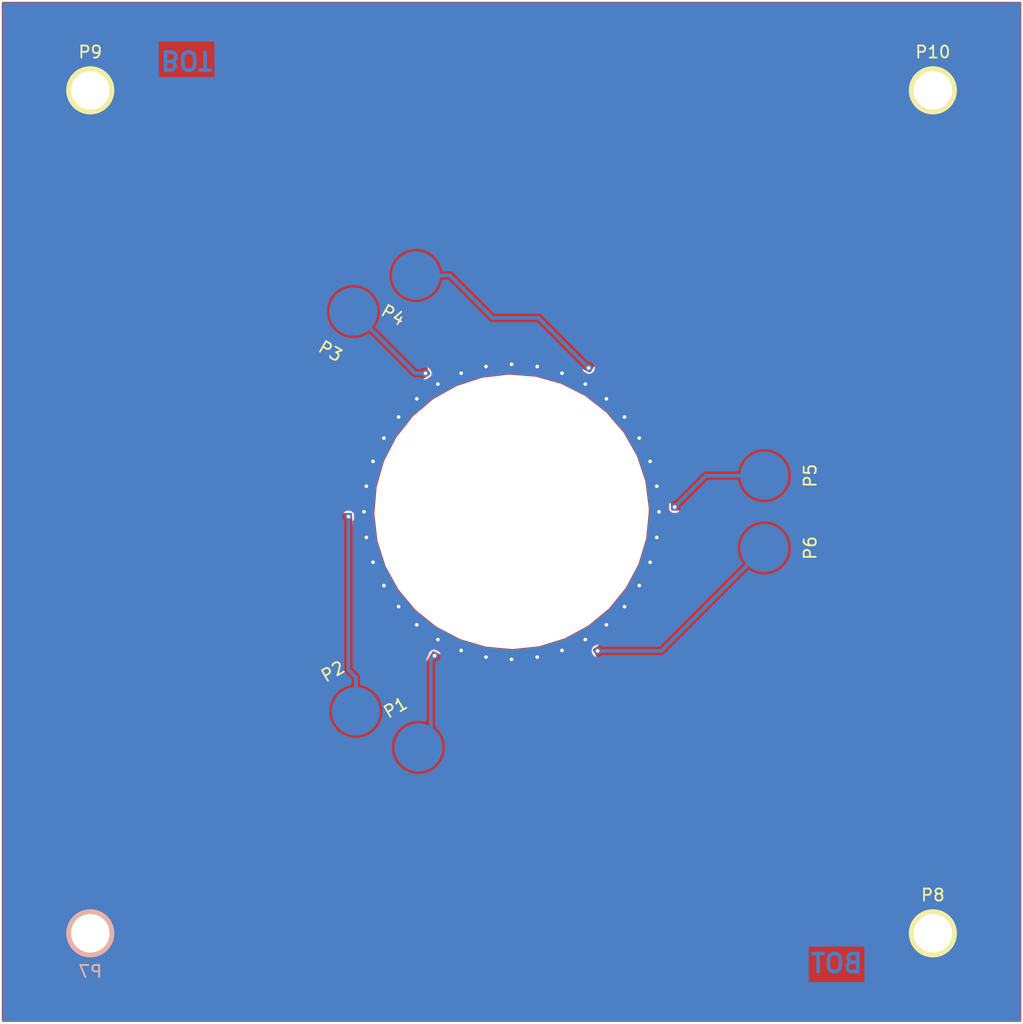
<source format=kicad_pcb>
(kicad_pcb (version 4) (host pcbnew 4.0.6+dfsg1-1)

  (general
    (links 3)
    (no_connects 0)
    (area 57.499499 57.499499 142.500501 142.500501)
    (thickness 1.6)
    (drawings 211)
    (tracks 500)
    (zones 0)
    (modules 10)
    (nets 8)
  )

  (page A4)
  (layers
    (0 F.Cu signal)
    (31 B.Cu signal)
    (32 B.Adhes user)
    (33 F.Adhes user)
    (34 B.Paste user)
    (35 F.Paste user)
    (36 B.SilkS user)
    (37 F.SilkS user)
    (38 B.Mask user)
    (39 F.Mask user)
    (40 Dwgs.User user)
    (41 Cmts.User user)
    (42 Eco1.User user)
    (43 Eco2.User user)
    (44 Edge.Cuts user)
    (45 Margin user)
    (46 B.CrtYd user)
    (47 F.CrtYd user)
    (48 B.Fab user)
    (49 F.Fab user)
  )

  (setup
    (last_trace_width 0.3)
    (user_trace_width 0.25)
    (user_trace_width 0.3)
    (user_trace_width 0.4)
    (user_trace_width 0.5)
    (user_trace_width 2)
    (trace_clearance 0.125)
    (zone_clearance 0.15)
    (zone_45_only yes)
    (trace_min 0.125)
    (segment_width 0.2)
    (edge_width 0.15)
    (via_size 1.5)
    (via_drill 0.2)
    (via_min_size 0.45)
    (via_min_drill 0.2)
    (user_via 0.6 0.3)
    (user_via 1.5 0.3)
    (blind_buried_vias_allowed yes)
    (uvia_size 0.3)
    (uvia_drill 0.1)
    (uvias_allowed no)
    (uvia_min_size 0.2)
    (uvia_min_drill 0.1)
    (pcb_text_width 0.3)
    (pcb_text_size 1.5 1.5)
    (mod_edge_width 0.15)
    (mod_text_size 1 1)
    (mod_text_width 0.15)
    (pad_size 4 4)
    (pad_drill 0)
    (pad_to_mask_clearance 0.062)
    (solder_mask_min_width 0.125)
    (aux_axis_origin 0 0)
    (grid_origin 100 100)
    (visible_elements FFFFEF7F)
    (pcbplotparams
      (layerselection 0x010c0_80000001)
      (usegerberextensions true)
      (excludeedgelayer true)
      (linewidth 0.100000)
      (plotframeref false)
      (viasonmask false)
      (mode 1)
      (useauxorigin false)
      (hpglpennumber 1)
      (hpglpenspeed 20)
      (hpglpendiameter 15)
      (hpglpenoverlay 2)
      (psnegative false)
      (psa4output false)
      (plotreference true)
      (plotvalue false)
      (plotinvisibletext false)
      (padsonsilk false)
      (subtractmaskfromsilk false)
      (outputformat 1)
      (mirror false)
      (drillshape 0)
      (scaleselection 1)
      (outputdirectory gerber))
  )

  (net 0 "")
  (net 1 GND)
  (net 2 /SENSOR1)
  (net 3 /SENSOR2)
  (net 4 /SENSOR3)
  (net 5 /SENSOR4)
  (net 6 /SENSOR5)
  (net 7 /SENSOR6)

  (net_class Default "This is the default net class."
    (clearance 0.125)
    (trace_width 0.3)
    (via_dia 1.5)
    (via_drill 0.2)
    (uvia_dia 0.3)
    (uvia_drill 0.1)
    (add_net /SENSOR1)
    (add_net /SENSOR2)
    (add_net /SENSOR3)
    (add_net /SENSOR4)
    (add_net /SENSOR5)
    (add_net /SENSOR6)
    (add_net GND)
  )

  (module SCUBE:plate_hole (layer B.Cu) (tedit 599C4743) (tstamp 57ADA3FB)
    (at 92.25833 119.562178 210)
    (path /57ADA033)
    (fp_text reference P1 (at 0 3.81 210) (layer F.SilkS)
      (effects (font (size 1 1) (thickness 0.15)))
    )
    (fp_text value CONN_01X01 (at 0 5.08 210) (layer F.Fab)
      (effects (font (size 1 1) (thickness 0.15)))
    )
    (pad 1 smd circle (at 0 0 210) (size 4 4) (layers B.Cu B.Paste B.Mask)
      (net 2 /SENSOR1))
  )

  (module SCUBE:plate_hole (layer B.Cu) (tedit 599C473C) (tstamp 57ADA400)
    (at 87.062178 116.562178 210)
    (path /57ADA08D)
    (fp_text reference P2 (at 0 3.81 210) (layer F.SilkS)
      (effects (font (size 1 1) (thickness 0.15)))
    )
    (fp_text value CONN_01X01 (at 0 5.08 210) (layer F.Fab)
      (effects (font (size 1 1) (thickness 0.15)))
    )
    (pad 1 smd circle (at 0 0 210) (size 4 4) (layers B.Cu B.Paste B.Mask)
      (net 3 /SENSOR2))
  )

  (module SCUBE:plate_hole (layer B.Cu) (tedit 599C4734) (tstamp 57ADA405)
    (at 86.857695 83.370835 330)
    (path /57ADA0AB)
    (fp_text reference P3 (at 0 3.81 330) (layer F.SilkS)
      (effects (font (size 1 1) (thickness 0.15)))
    )
    (fp_text value CONN_01X01 (at 0 5.08 330) (layer F.Fab)
      (effects (font (size 1 1) (thickness 0.15)))
    )
    (pad 1 smd circle (at 0 0 330) (size 4 4) (layers B.Cu B.Paste B.Mask)
      (net 4 /SENSOR3))
  )

  (module SCUBE:plate_hole (layer B.Cu) (tedit 599C472E) (tstamp 57ADA40A)
    (at 92.053848 80.370835 330)
    (path /57ADA0DC)
    (fp_text reference P4 (at 0 3.81 330) (layer F.SilkS)
      (effects (font (size 1 1) (thickness 0.15)))
    )
    (fp_text value CONN_01X01 (at 0 5.08 330) (layer F.Fab)
      (effects (font (size 1 1) (thickness 0.15)))
    )
    (pad 1 smd circle (at 0 0 330) (size 4 4) (layers B.Cu B.Paste B.Mask)
      (net 5 /SENSOR4))
  )

  (module SCUBE:plate_hole (layer B.Cu) (tedit 599C4710) (tstamp 57ADA40F)
    (at 121 97 90)
    (path /57ADA0F8)
    (fp_text reference P5 (at 0 3.81 90) (layer F.SilkS)
      (effects (font (size 1 1) (thickness 0.15)))
    )
    (fp_text value CONN_01X01 (at 0 5.08 90) (layer F.Fab)
      (effects (font (size 1 1) (thickness 0.15)))
    )
    (pad 1 smd circle (at 0 0 90) (size 4 4) (layers B.Cu B.Paste B.Mask)
      (net 6 /SENSOR5))
  )

  (module SCUBE:plate_hole (layer B.Cu) (tedit 599C4722) (tstamp 57ADA414)
    (at 121 103 90)
    (path /57ADA131)
    (fp_text reference P6 (at 0 3.81 90) (layer F.SilkS)
      (effects (font (size 1 1) (thickness 0.15)))
    )
    (fp_text value CONN_01X01 (at 0 5.08 90) (layer F.Fab)
      (effects (font (size 1 1) (thickness 0.15)))
    )
    (pad 1 smd circle (at 0 0 90) (size 4 4) (layers B.Cu B.Paste B.Mask)
      (net 7 /SENSOR6))
  )

  (module SCUBE:M3_PTH (layer B.Cu) (tedit 57ADC4E8) (tstamp 57ADC925)
    (at 65 135)
    (path /57ADA50A)
    (fp_text reference P7 (at 0 3.175) (layer B.SilkS)
      (effects (font (size 1 1) (thickness 0.15)) (justify mirror))
    )
    (fp_text value M3 (at 0 4.445) (layer B.Fab)
      (effects (font (size 1 1) (thickness 0.15)) (justify mirror))
    )
    (pad 1 thru_hole circle (at 0 0) (size 4 4) (drill 3.2) (layers *.Cu *.Mask B.SilkS)
      (net 1 GND))
  )

  (module SCUBE:M3_PTH (layer F.Cu) (tedit 57ADC4E8) (tstamp 57ADC92D)
    (at 135 135)
    (path /57ADC6AB)
    (fp_text reference P8 (at 0 -3.175) (layer F.SilkS)
      (effects (font (size 1 1) (thickness 0.15)))
    )
    (fp_text value M3 (at 0 -4.445) (layer F.Fab)
      (effects (font (size 1 1) (thickness 0.15)))
    )
    (pad 1 thru_hole circle (at 0 0) (size 4 4) (drill 3.2) (layers *.Cu *.Mask F.SilkS)
      (net 1 GND))
  )

  (module SCUBE:M3_PTH (layer F.Cu) (tedit 57ADC4E8) (tstamp 57ADC932)
    (at 65 65)
    (path /57ADC6D7)
    (fp_text reference P9 (at 0 -3.175) (layer F.SilkS)
      (effects (font (size 1 1) (thickness 0.15)))
    )
    (fp_text value M3 (at 0 -4.445) (layer F.Fab)
      (effects (font (size 1 1) (thickness 0.15)))
    )
    (pad 1 thru_hole circle (at 0 0) (size 4 4) (drill 3.2) (layers *.Cu *.Mask F.SilkS)
      (net 1 GND))
  )

  (module SCUBE:M3_PTH (layer F.Cu) (tedit 57ADC4E8) (tstamp 57ADC937)
    (at 135 65)
    (path /57ADC718)
    (fp_text reference P10 (at 0 -3.175) (layer F.SilkS)
      (effects (font (size 1 1) (thickness 0.15)))
    )
    (fp_text value M3 (at 0 -4.445) (layer F.Fab)
      (effects (font (size 1 1) (thickness 0.15)))
    )
    (pad 1 thru_hole circle (at 0 0) (size 4 4) (drill 3.2) (layers *.Cu *.Mask F.SilkS)
      (net 1 GND))
  )

  (gr_line (start 120 134.641016) (end 117.691548 135.87491) (layer F.CrtYd) (width 2))
  (gr_line (start 117.691548 135.87491) (end 115.307337 136.955181) (layer F.CrtYd) (width 2))
  (gr_line (start 115.307337 136.955181) (end 112.857579 137.877205) (layer F.CrtYd) (width 2))
  (gr_line (start 112.857579 137.877205) (end 110.352762 138.637033) (layer F.CrtYd) (width 2))
  (gr_line (start 110.352762 138.637033) (end 107.803613 139.231411) (layer F.CrtYd) (width 2))
  (gr_line (start 107.803613 139.231411) (end 105.221048 139.657794) (layer F.CrtYd) (width 2))
  (gr_line (start 105.221048 139.657794) (end 102.616125 139.914357) (layer F.CrtYd) (width 2))
  (gr_line (start 102.616125 139.914357) (end 100 140) (layer F.CrtYd) (width 2))
  (gr_line (start 100 140) (end 97.383875 139.914357) (layer F.CrtYd) (width 2))
  (gr_line (start 97.383875 139.914357) (end 94.778952 139.657794) (layer F.CrtYd) (width 2))
  (gr_line (start 94.778952 139.657794) (end 92.196387 139.231411) (layer F.CrtYd) (width 2))
  (gr_line (start 92.196387 139.231411) (end 89.647238 138.637033) (layer F.CrtYd) (width 2))
  (gr_line (start 89.647238 138.637033) (end 87.142421 137.877205) (layer F.CrtYd) (width 2))
  (gr_line (start 87.142421 137.877205) (end 84.692663 136.955181) (layer F.CrtYd) (width 2))
  (gr_line (start 84.692663 136.955181) (end 82.308452 135.87491) (layer F.CrtYd) (width 2))
  (gr_line (start 82.308452 135.87491) (end 80 134.641016) (layer F.CrtYd) (width 2))
  (gr_line (start 93.375 111.474837) (end 94.139675 111.883564) (layer F.CrtYd) (width 2))
  (gr_line (start 94.139675 111.883564) (end 94.929445 112.241404) (layer F.CrtYd) (width 2))
  (gr_line (start 94.929445 112.241404) (end 95.740927 112.546824) (layer F.CrtYd) (width 2))
  (gr_line (start 95.740927 112.546824) (end 96.570648 112.798517) (layer F.CrtYd) (width 2))
  (gr_line (start 96.570648 112.798517) (end 97.415053 112.995405) (layer F.CrtYd) (width 2))
  (gr_line (start 97.415053 112.995405) (end 98.270528 113.136644) (layer F.CrtYd) (width 2))
  (gr_line (start 98.270528 113.136644) (end 99.133409 113.221631) (layer F.CrtYd) (width 2))
  (gr_line (start 99.133409 113.221631) (end 100 113.25) (layer F.CrtYd) (width 2))
  (gr_line (start 100 113.25) (end 100.866591 113.221631) (layer F.CrtYd) (width 2))
  (gr_line (start 100.866591 113.221631) (end 101.729472 113.136644) (layer F.CrtYd) (width 2))
  (gr_line (start 101.729472 113.136644) (end 102.584947 112.995405) (layer F.CrtYd) (width 2))
  (gr_line (start 102.584947 112.995405) (end 103.429352 112.798517) (layer F.CrtYd) (width 2))
  (gr_line (start 103.429352 112.798517) (end 104.259073 112.546824) (layer F.CrtYd) (width 2))
  (gr_line (start 104.259073 112.546824) (end 105.070555 112.241404) (layer F.CrtYd) (width 2))
  (gr_line (start 105.070555 112.241404) (end 105.860325 111.883564) (layer F.CrtYd) (width 2))
  (gr_line (start 105.860325 111.883564) (end 106.625 111.474837) (layer F.CrtYd) (width 2))
  (gr_line (start 120 134.641016) (end 106.625 111.474837) (layer F.CrtYd) (width 2))
  (gr_line (start 80 134.641016) (end 77.777191 133.258784) (layer F.CrtYd) (width 2))
  (gr_line (start 77.777191 133.258784) (end 75.649543 131.734134) (layer F.CrtYd) (width 2))
  (gr_line (start 75.649543 131.734134) (end 73.626167 130.073592) (layer F.CrtYd) (width 2))
  (gr_line (start 73.626167 130.073592) (end 71.715729 128.284271) (layer F.CrtYd) (width 2))
  (gr_line (start 71.715729 128.284271) (end 69.926408 126.373833) (layer F.CrtYd) (width 2))
  (gr_line (start 69.926408 126.373833) (end 68.265866 124.350457) (layer F.CrtYd) (width 2))
  (gr_line (start 68.265866 124.350457) (end 66.741216 122.222809) (layer F.CrtYd) (width 2))
  (gr_line (start 66.741216 122.222809) (end 65.358984 120) (layer F.CrtYd) (width 2))
  (gr_line (start 65.358984 120) (end 64.12509 117.691548) (layer F.CrtYd) (width 2))
  (gr_line (start 64.12509 117.691548) (end 63.044819 115.307337) (layer F.CrtYd) (width 2))
  (gr_line (start 63.044819 115.307337) (end 62.122795 112.857579) (layer F.CrtYd) (width 2))
  (gr_line (start 62.122795 112.857579) (end 61.362967 110.352762) (layer F.CrtYd) (width 2))
  (gr_line (start 61.362967 110.352762) (end 60.768589 107.803613) (layer F.CrtYd) (width 2))
  (gr_line (start 60.768589 107.803613) (end 60.342206 105.221048) (layer F.CrtYd) (width 2))
  (gr_line (start 60.342206 105.221048) (end 60.085643 102.616125) (layer F.CrtYd) (width 2))
  (gr_line (start 60.085643 102.616125) (end 60 100) (layer F.CrtYd) (width 2))
  (gr_line (start 86.75 100) (end 86.778369 100.866591) (layer F.CrtYd) (width 2))
  (gr_line (start 86.778369 100.866591) (end 86.863356 101.729472) (layer F.CrtYd) (width 2))
  (gr_line (start 86.863356 101.729472) (end 87.004595 102.584947) (layer F.CrtYd) (width 2))
  (gr_line (start 87.004595 102.584947) (end 87.201483 103.429352) (layer F.CrtYd) (width 2))
  (gr_line (start 87.201483 103.429352) (end 87.453176 104.259073) (layer F.CrtYd) (width 2))
  (gr_line (start 87.453176 104.259073) (end 87.758596 105.070555) (layer F.CrtYd) (width 2))
  (gr_line (start 87.758596 105.070555) (end 88.116436 105.860325) (layer F.CrtYd) (width 2))
  (gr_line (start 88.116436 105.860325) (end 88.525163 106.625) (layer F.CrtYd) (width 2))
  (gr_line (start 88.525163 106.625) (end 88.983028 107.361306) (layer F.CrtYd) (width 2))
  (gr_line (start 88.983028 107.361306) (end 89.488068 108.066089) (layer F.CrtYd) (width 2))
  (gr_line (start 89.488068 108.066089) (end 90.038123 108.736332) (layer F.CrtYd) (width 2))
  (gr_line (start 90.038123 108.736332) (end 90.630835 109.369165) (layer F.CrtYd) (width 2))
  (gr_line (start 90.630835 109.369165) (end 91.263668 109.961877) (layer F.CrtYd) (width 2))
  (gr_line (start 91.263668 109.961877) (end 91.933911 110.511932) (layer F.CrtYd) (width 2))
  (gr_line (start 91.933911 110.511932) (end 92.638694 111.016972) (layer F.CrtYd) (width 2))
  (gr_line (start 92.638694 111.016972) (end 93.375 111.474837) (layer F.CrtYd) (width 2))
  (gr_line (start 80 134.641016) (end 93.375 111.474837) (layer F.CrtYd) (width 2))
  (gr_line (start 60 100) (end 60.085643 97.383875) (layer F.CrtYd) (width 2))
  (gr_line (start 60.085643 97.383875) (end 60.342206 94.778952) (layer F.CrtYd) (width 2))
  (gr_line (start 60.342206 94.778952) (end 60.768589 92.196387) (layer F.CrtYd) (width 2))
  (gr_line (start 60.768589 92.196387) (end 61.362967 89.647238) (layer F.CrtYd) (width 2))
  (gr_line (start 61.362967 89.647238) (end 62.122795 87.142421) (layer F.CrtYd) (width 2))
  (gr_line (start 62.122795 87.142421) (end 63.044819 84.692663) (layer F.CrtYd) (width 2))
  (gr_line (start 63.044819 84.692663) (end 64.12509 82.308452) (layer F.CrtYd) (width 2))
  (gr_line (start 64.12509 82.308452) (end 65.358984 80) (layer F.CrtYd) (width 2))
  (gr_line (start 65.358984 80) (end 66.741216 77.777191) (layer F.CrtYd) (width 2))
  (gr_line (start 66.741216 77.777191) (end 68.265866 75.649543) (layer F.CrtYd) (width 2))
  (gr_line (start 68.265866 75.649543) (end 69.926408 73.626167) (layer F.CrtYd) (width 2))
  (gr_line (start 69.926408 73.626167) (end 71.715729 71.715729) (layer F.CrtYd) (width 2))
  (gr_line (start 71.715729 71.715729) (end 73.626167 69.926408) (layer F.CrtYd) (width 2))
  (gr_line (start 73.626167 69.926408) (end 75.649543 68.265866) (layer F.CrtYd) (width 2))
  (gr_line (start 75.649543 68.265866) (end 77.777191 66.741216) (layer F.CrtYd) (width 2))
  (gr_line (start 77.777191 66.741216) (end 80 65.358984) (layer F.CrtYd) (width 2))
  (gr_line (start 93.375 88.525163) (end 92.638694 88.983028) (layer F.CrtYd) (width 2))
  (gr_line (start 92.638694 88.983028) (end 91.933911 89.488068) (layer F.CrtYd) (width 2))
  (gr_line (start 91.933911 89.488068) (end 91.263668 90.038123) (layer F.CrtYd) (width 2))
  (gr_line (start 91.263668 90.038123) (end 90.630835 90.630835) (layer F.CrtYd) (width 2))
  (gr_line (start 90.630835 90.630835) (end 90.038123 91.263668) (layer F.CrtYd) (width 2))
  (gr_line (start 90.038123 91.263668) (end 89.488068 91.933911) (layer F.CrtYd) (width 2))
  (gr_line (start 89.488068 91.933911) (end 88.983028 92.638694) (layer F.CrtYd) (width 2))
  (gr_line (start 88.983028 92.638694) (end 88.525163 93.375) (layer F.CrtYd) (width 2))
  (gr_line (start 88.525163 93.375) (end 88.116436 94.139675) (layer F.CrtYd) (width 2))
  (gr_line (start 88.116436 94.139675) (end 87.758596 94.929445) (layer F.CrtYd) (width 2))
  (gr_line (start 87.758596 94.929445) (end 87.453176 95.740927) (layer F.CrtYd) (width 2))
  (gr_line (start 87.453176 95.740927) (end 87.201483 96.570648) (layer F.CrtYd) (width 2))
  (gr_line (start 87.201483 96.570648) (end 87.004595 97.415053) (layer F.CrtYd) (width 2))
  (gr_line (start 87.004595 97.415053) (end 86.863356 98.270528) (layer F.CrtYd) (width 2))
  (gr_line (start 86.863356 98.270528) (end 86.778369 99.133409) (layer F.CrtYd) (width 2))
  (gr_line (start 86.778369 99.133409) (end 86.75 100) (layer F.CrtYd) (width 2))
  (gr_line (start 60 100) (end 86.75 100) (layer F.CrtYd) (width 2))
  (gr_line (start 80 65.358984) (end 82.308452 64.12509) (layer F.CrtYd) (width 2))
  (gr_line (start 82.308452 64.12509) (end 84.692663 63.044819) (layer F.CrtYd) (width 2))
  (gr_line (start 84.692663 63.044819) (end 87.142421 62.122795) (layer F.CrtYd) (width 2))
  (gr_line (start 87.142421 62.122795) (end 89.647238 61.362967) (layer F.CrtYd) (width 2))
  (gr_line (start 89.647238 61.362967) (end 92.196387 60.768589) (layer F.CrtYd) (width 2))
  (gr_line (start 92.196387 60.768589) (end 94.778952 60.342206) (layer F.CrtYd) (width 2))
  (gr_line (start 94.778952 60.342206) (end 97.383875 60.085643) (layer F.CrtYd) (width 2))
  (gr_line (start 97.383875 60.085643) (end 100 60) (layer F.CrtYd) (width 2))
  (gr_line (start 100 60) (end 102.616125 60.085643) (layer F.CrtYd) (width 2))
  (gr_line (start 102.616125 60.085643) (end 105.221048 60.342206) (layer F.CrtYd) (width 2))
  (gr_line (start 105.221048 60.342206) (end 107.803613 60.768589) (layer F.CrtYd) (width 2))
  (gr_line (start 107.803613 60.768589) (end 110.352762 61.362967) (layer F.CrtYd) (width 2))
  (gr_line (start 110.352762 61.362967) (end 112.857579 62.122795) (layer F.CrtYd) (width 2))
  (gr_line (start 112.857579 62.122795) (end 115.307337 63.044819) (layer F.CrtYd) (width 2))
  (gr_line (start 115.307337 63.044819) (end 117.691548 64.12509) (layer F.CrtYd) (width 2))
  (gr_line (start 117.691548 64.12509) (end 120 65.358984) (layer F.CrtYd) (width 2))
  (gr_line (start 106.625 88.525163) (end 105.860325 88.116436) (layer F.CrtYd) (width 2))
  (gr_line (start 105.860325 88.116436) (end 105.070555 87.758596) (layer F.CrtYd) (width 2))
  (gr_line (start 105.070555 87.758596) (end 104.259073 87.453176) (layer F.CrtYd) (width 2))
  (gr_line (start 104.259073 87.453176) (end 103.429352 87.201483) (layer F.CrtYd) (width 2))
  (gr_line (start 103.429352 87.201483) (end 102.584947 87.004595) (layer F.CrtYd) (width 2))
  (gr_line (start 102.584947 87.004595) (end 101.729472 86.863356) (layer F.CrtYd) (width 2))
  (gr_line (start 101.729472 86.863356) (end 100.866591 86.778369) (layer F.CrtYd) (width 2))
  (gr_line (start 100.866591 86.778369) (end 100 86.75) (layer F.CrtYd) (width 2))
  (gr_line (start 100 86.75) (end 99.133409 86.778369) (layer F.CrtYd) (width 2))
  (gr_line (start 99.133409 86.778369) (end 98.270528 86.863356) (layer F.CrtYd) (width 2))
  (gr_line (start 98.270528 86.863356) (end 97.415053 87.004595) (layer F.CrtYd) (width 2))
  (gr_line (start 97.415053 87.004595) (end 96.570648 87.201483) (layer F.CrtYd) (width 2))
  (gr_line (start 96.570648 87.201483) (end 95.740927 87.453176) (layer F.CrtYd) (width 2))
  (gr_line (start 95.740927 87.453176) (end 94.929445 87.758596) (layer F.CrtYd) (width 2))
  (gr_line (start 94.929445 87.758596) (end 94.139675 88.116436) (layer F.CrtYd) (width 2))
  (gr_line (start 94.139675 88.116436) (end 93.375 88.525163) (layer F.CrtYd) (width 2))
  (gr_line (start 80 65.358984) (end 93.375 88.525163) (layer F.CrtYd) (width 2))
  (gr_line (start 120 65.358984) (end 122.222809 66.741216) (layer F.CrtYd) (width 2))
  (gr_line (start 122.222809 66.741216) (end 124.350457 68.265866) (layer F.CrtYd) (width 2))
  (gr_line (start 124.350457 68.265866) (end 126.373833 69.926408) (layer F.CrtYd) (width 2))
  (gr_line (start 126.373833 69.926408) (end 128.284271 71.715729) (layer F.CrtYd) (width 2))
  (gr_line (start 128.284271 71.715729) (end 130.073592 73.626167) (layer F.CrtYd) (width 2))
  (gr_line (start 130.073592 73.626167) (end 131.734134 75.649543) (layer F.CrtYd) (width 2))
  (gr_line (start 131.734134 75.649543) (end 133.258784 77.777191) (layer F.CrtYd) (width 2))
  (gr_line (start 133.258784 77.777191) (end 134.641016 80) (layer F.CrtYd) (width 2))
  (gr_line (start 134.641016 80) (end 135.87491 82.308452) (layer F.CrtYd) (width 2))
  (gr_line (start 135.87491 82.308452) (end 136.955181 84.692663) (layer F.CrtYd) (width 2))
  (gr_line (start 136.955181 84.692663) (end 137.877205 87.142421) (layer F.CrtYd) (width 2))
  (gr_line (start 137.877205 87.142421) (end 138.637033 89.647238) (layer F.CrtYd) (width 2))
  (gr_line (start 138.637033 89.647238) (end 139.231411 92.196387) (layer F.CrtYd) (width 2))
  (gr_line (start 139.231411 92.196387) (end 139.657794 94.778952) (layer F.CrtYd) (width 2))
  (gr_line (start 139.657794 94.778952) (end 139.914357 97.383875) (layer F.CrtYd) (width 2))
  (gr_line (start 139.914357 97.383875) (end 140 100) (layer F.CrtYd) (width 2))
  (gr_line (start 113.25 100) (end 113.221631 99.133409) (layer F.CrtYd) (width 2))
  (gr_line (start 113.221631 99.133409) (end 113.136644 98.270528) (layer F.CrtYd) (width 2))
  (gr_line (start 113.136644 98.270528) (end 112.995405 97.415053) (layer F.CrtYd) (width 2))
  (gr_line (start 112.995405 97.415053) (end 112.798517 96.570648) (layer F.CrtYd) (width 2))
  (gr_line (start 112.798517 96.570648) (end 112.546824 95.740927) (layer F.CrtYd) (width 2))
  (gr_line (start 112.546824 95.740927) (end 112.241404 94.929445) (layer F.CrtYd) (width 2))
  (gr_line (start 112.241404 94.929445) (end 111.883564 94.139675) (layer F.CrtYd) (width 2))
  (gr_line (start 111.883564 94.139675) (end 111.474837 93.375) (layer F.CrtYd) (width 2))
  (gr_line (start 111.474837 93.375) (end 111.016972 92.638694) (layer F.CrtYd) (width 2))
  (gr_line (start 111.016972 92.638694) (end 110.511932 91.933911) (layer F.CrtYd) (width 2))
  (gr_line (start 110.511932 91.933911) (end 109.961877 91.263668) (layer F.CrtYd) (width 2))
  (gr_line (start 109.961877 91.263668) (end 109.369165 90.630835) (layer F.CrtYd) (width 2))
  (gr_line (start 109.369165 90.630835) (end 108.736332 90.038123) (layer F.CrtYd) (width 2))
  (gr_line (start 108.736332 90.038123) (end 108.066089 89.488068) (layer F.CrtYd) (width 2))
  (gr_line (start 108.066089 89.488068) (end 107.361306 88.983028) (layer F.CrtYd) (width 2))
  (gr_line (start 107.361306 88.983028) (end 106.625 88.525163) (layer F.CrtYd) (width 2))
  (gr_line (start 120 65.358984) (end 106.625 88.525163) (layer F.CrtYd) (width 2))
  (gr_line (start 140 100) (end 139.914357 102.616125) (layer F.CrtYd) (width 2))
  (gr_line (start 139.914357 102.616125) (end 139.657794 105.221048) (layer F.CrtYd) (width 2))
  (gr_line (start 139.657794 105.221048) (end 139.231411 107.803613) (layer F.CrtYd) (width 2))
  (gr_line (start 139.231411 107.803613) (end 138.637033 110.352762) (layer F.CrtYd) (width 2))
  (gr_line (start 138.637033 110.352762) (end 137.877205 112.857579) (layer F.CrtYd) (width 2))
  (gr_line (start 137.877205 112.857579) (end 136.955181 115.307337) (layer F.CrtYd) (width 2))
  (gr_line (start 136.955181 115.307337) (end 135.87491 117.691548) (layer F.CrtYd) (width 2))
  (gr_line (start 135.87491 117.691548) (end 134.641016 120) (layer F.CrtYd) (width 2))
  (gr_line (start 134.641016 120) (end 133.258784 122.222809) (layer F.CrtYd) (width 2))
  (gr_line (start 133.258784 122.222809) (end 131.734134 124.350457) (layer F.CrtYd) (width 2))
  (gr_line (start 131.734134 124.350457) (end 130.073592 126.373833) (layer F.CrtYd) (width 2))
  (gr_line (start 130.073592 126.373833) (end 128.284271 128.284271) (layer F.CrtYd) (width 2))
  (gr_line (start 128.284271 128.284271) (end 126.373833 130.073592) (layer F.CrtYd) (width 2))
  (gr_line (start 126.373833 130.073592) (end 124.350457 131.734134) (layer F.CrtYd) (width 2))
  (gr_line (start 124.350457 131.734134) (end 122.222809 133.258784) (layer F.CrtYd) (width 2))
  (gr_line (start 122.222809 133.258784) (end 120 134.641016) (layer F.CrtYd) (width 2))
  (gr_line (start 106.625 111.474837) (end 107.361306 111.016972) (layer F.CrtYd) (width 2))
  (gr_line (start 107.361306 111.016972) (end 108.066089 110.511932) (layer F.CrtYd) (width 2))
  (gr_line (start 108.066089 110.511932) (end 108.736332 109.961877) (layer F.CrtYd) (width 2))
  (gr_line (start 108.736332 109.961877) (end 109.369165 109.369165) (layer F.CrtYd) (width 2))
  (gr_line (start 109.369165 109.369165) (end 109.961877 108.736332) (layer F.CrtYd) (width 2))
  (gr_line (start 109.961877 108.736332) (end 110.511932 108.066089) (layer F.CrtYd) (width 2))
  (gr_line (start 110.511932 108.066089) (end 111.016972 107.361306) (layer F.CrtYd) (width 2))
  (gr_line (start 111.016972 107.361306) (end 111.474837 106.625) (layer F.CrtYd) (width 2))
  (gr_line (start 111.474837 106.625) (end 111.883564 105.860325) (layer F.CrtYd) (width 2))
  (gr_line (start 111.883564 105.860325) (end 112.241404 105.070555) (layer F.CrtYd) (width 2))
  (gr_line (start 112.241404 105.070555) (end 112.546824 104.259073) (layer F.CrtYd) (width 2))
  (gr_line (start 112.546824 104.259073) (end 112.798517 103.429352) (layer F.CrtYd) (width 2))
  (gr_line (start 112.798517 103.429352) (end 112.995405 102.584947) (layer F.CrtYd) (width 2))
  (gr_line (start 112.995405 102.584947) (end 113.136644 101.729472) (layer F.CrtYd) (width 2))
  (gr_line (start 113.136644 101.729472) (end 113.221631 100.866591) (layer F.CrtYd) (width 2))
  (gr_line (start 113.221631 100.866591) (end 113.25 100) (layer F.CrtYd) (width 2))
  (gr_line (start 140 100) (end 113.25 100) (layer F.CrtYd) (width 2))
  (gr_text BOT (at 73 62.5 180) (layer B.Cu) (tstamp 57ADABFA)
    (effects (font (size 1.5 1.5) (thickness 0.3)) (justify mirror))
  )
  (gr_text TOP (at 65 60 180) (layer F.Cu) (tstamp 57ADABF9)
    (effects (font (size 1.5 1.5) (thickness 0.3)))
  )
  (gr_text 3 (at 66.5 60 180) (layer In2.Cu) (tstamp 578FAAFE)
    (effects (font (size 1.5 1.5) (thickness 0.3)))
  )
  (gr_text 2 (at 68.5 60 180) (layer In1.Cu) (tstamp 578FAAFD)
    (effects (font (size 1.5 1.5) (thickness 0.3)))
  )
  (gr_text BOT (at 127 137.5) (layer B.Cu)
    (effects (font (size 1.5 1.5) (thickness 0.3)) (justify mirror))
  )
  (gr_text 3 (at 133.5 140) (layer In2.Cu)
    (effects (font (size 1.5 1.5) (thickness 0.3)))
  )
  (gr_text 2 (at 131.5 140) (layer In1.Cu)
    (effects (font (size 1.5 1.5) (thickness 0.3)))
  )
  (gr_text TOP (at 135 140) (layer F.Cu)
    (effects (font (size 1.5 1.5) (thickness 0.3)))
  )
  (gr_circle (center 100 100) (end 111.25 100) (layer Edge.Cuts) (width 0.001))
  (gr_line (start 57.5 142.5) (end 57.5 57.5) (layer Edge.Cuts) (width 0.001))
  (gr_line (start 142.5 142.5) (end 57.5 142.5) (layer Edge.Cuts) (width 0.001))
  (gr_line (start 142.5 57.5) (end 142.5 142.5) (layer Edge.Cuts) (width 0.001))
  (gr_line (start 57.5 57.5) (end 142.5 57.5) (layer Edge.Cuts) (width 0.001))

  (segment (start 111.9 100) (end 111.9 100.65) (width 0.3) (layer B.Cu) (net 1))
  (segment (start 111.9 100.65) (end 112.75 101.5) (width 0.3) (layer B.Cu) (net 1))
  (segment (start 112.75 101.5) (end 117.5 101.5) (width 0.3) (layer B.Cu) (net 1))
  (segment (start 117.5 101.5) (end 118.75 100.25) (width 0.3) (layer B.Cu) (net 1))
  (segment (start 118.75 100.25) (end 123 100.25) (width 0.3) (layer B.Cu) (net 1))
  (segment (start 123 100.25) (end 135 112.25) (width 0.3) (layer B.Cu) (net 1))
  (segment (start 135 112.25) (end 135 135) (width 0.3) (layer B.Cu) (net 1))
  (via (at 112.25 100) (size 0.6) (drill 0.3) (layers F.Cu B.Cu) (net 1))
  (segment (start 112.25 100) (end 112.244818 100.356288) (width 1.6) (layer F.Cu) (net 1))
  (segment (start 112.25 100) (end 112.244818 100.356288) (width 1.6) (layer B.Cu) (net 1))
  (segment (start 112.244818 100.356288) (end 112.229275 100.712274) (width 1.6) (layer F.Cu) (net 1))
  (segment (start 112.244818 100.356288) (end 112.229275 100.712274) (width 1.6) (layer B.Cu) (net 1))
  (segment (start 112.229275 100.712274) (end 112.203385 101.067658) (width 1.6) (layer F.Cu) (net 1))
  (segment (start 112.229275 100.712274) (end 112.203385 101.067658) (width 1.6) (layer B.Cu) (net 1))
  (segment (start 112.203385 101.067658) (end 112.16717 101.422138) (width 1.6) (layer F.Cu) (net 1))
  (segment (start 112.203385 101.067658) (end 112.16717 101.422138) (width 1.6) (layer B.Cu) (net 1))
  (segment (start 112.16717 101.422138) (end 112.12066 101.775415) (width 1.6) (layer F.Cu) (net 1))
  (segment (start 112.16717 101.422138) (end 112.12066 101.775415) (width 1.6) (layer B.Cu) (net 1))
  (segment (start 112.12066 101.775415) (end 112.063895 102.12719) (width 1.6) (layer F.Cu) (net 1))
  (segment (start 112.12066 101.775415) (end 112.063895 102.12719) (width 1.6) (layer B.Cu) (net 1))
  (via (at 112.063895 102.12719) (size 0.6) (drill 0.3) (layers F.Cu B.Cu) (net 1))
  (segment (start 112.063895 102.12719) (end 111.996923 102.477165) (width 1.6) (layer F.Cu) (net 1))
  (segment (start 112.063895 102.12719) (end 111.996923 102.477165) (width 1.6) (layer B.Cu) (net 1))
  (segment (start 111.996923 102.477165) (end 111.9198 102.825044) (width 1.6) (layer F.Cu) (net 1))
  (segment (start 111.996923 102.477165) (end 111.9198 102.825044) (width 1.6) (layer B.Cu) (net 1))
  (segment (start 111.9198 102.825044) (end 111.832591 103.170533) (width 1.6) (layer F.Cu) (net 1))
  (segment (start 111.9198 102.825044) (end 111.832591 103.170533) (width 1.6) (layer B.Cu) (net 1))
  (segment (start 111.832591 103.170533) (end 111.735372 103.51334) (width 1.6) (layer F.Cu) (net 1))
  (segment (start 111.832591 103.170533) (end 111.735372 103.51334) (width 1.6) (layer B.Cu) (net 1))
  (segment (start 111.735372 103.51334) (end 111.628222 103.853173) (width 1.6) (layer F.Cu) (net 1))
  (segment (start 111.735372 103.51334) (end 111.628222 103.853173) (width 1.6) (layer B.Cu) (net 1))
  (segment (start 111.628222 103.853173) (end 111.511235 104.189747) (width 1.6) (layer F.Cu) (net 1))
  (segment (start 111.628222 103.853173) (end 111.511235 104.189747) (width 1.6) (layer B.Cu) (net 1))
  (via (at 111.511235 104.189747) (size 0.6) (drill 0.3) (layers F.Cu B.Cu) (net 1))
  (segment (start 111.511235 104.189747) (end 111.384507 104.522775) (width 1.6) (layer F.Cu) (net 1))
  (segment (start 111.511235 104.189747) (end 111.384507 104.522775) (width 1.6) (layer B.Cu) (net 1))
  (segment (start 111.384507 104.522775) (end 111.248147 104.851977) (width 1.6) (layer F.Cu) (net 1))
  (segment (start 111.384507 104.522775) (end 111.248147 104.851977) (width 1.6) (layer B.Cu) (net 1))
  (segment (start 111.248147 104.851977) (end 111.10227 105.177074) (width 1.6) (layer F.Cu) (net 1))
  (segment (start 111.248147 104.851977) (end 111.10227 105.177074) (width 1.6) (layer B.Cu) (net 1))
  (segment (start 111.10227 105.177074) (end 110.947 105.49779) (width 1.6) (layer F.Cu) (net 1))
  (segment (start 111.10227 105.177074) (end 110.947 105.49779) (width 1.6) (layer B.Cu) (net 1))
  (segment (start 110.947 105.49779) (end 110.782467 105.813855) (width 1.6) (layer F.Cu) (net 1))
  (segment (start 110.947 105.49779) (end 110.782467 105.813855) (width 1.6) (layer B.Cu) (net 1))
  (segment (start 110.782467 105.813855) (end 110.608811 106.125) (width 1.6) (layer F.Cu) (net 1))
  (segment (start 110.782467 105.813855) (end 110.608811 106.125) (width 1.6) (layer B.Cu) (net 1))
  (via (at 110.608811 106.125) (size 0.6) (drill 0.3) (layers F.Cu B.Cu) (net 1))
  (segment (start 110.608811 106.125) (end 110.426179 106.430963) (width 1.6) (layer F.Cu) (net 1))
  (segment (start 110.608811 106.125) (end 110.426179 106.430963) (width 1.6) (layer B.Cu) (net 1))
  (segment (start 110.426179 106.430963) (end 110.234726 106.731485) (width 1.6) (layer F.Cu) (net 1))
  (segment (start 110.426179 106.430963) (end 110.234726 106.731485) (width 1.6) (layer B.Cu) (net 1))
  (segment (start 110.234726 106.731485) (end 110.034613 107.026311) (width 1.6) (layer F.Cu) (net 1))
  (segment (start 110.234726 106.731485) (end 110.034613 107.026311) (width 1.6) (layer B.Cu) (net 1))
  (segment (start 110.034613 107.026311) (end 109.826009 107.315193) (width 1.6) (layer F.Cu) (net 1))
  (segment (start 110.034613 107.026311) (end 109.826009 107.315193) (width 1.6) (layer B.Cu) (net 1))
  (segment (start 109.826009 107.315193) (end 109.609092 107.597885) (width 1.6) (layer F.Cu) (net 1))
  (segment (start 109.826009 107.315193) (end 109.609092 107.597885) (width 1.6) (layer B.Cu) (net 1))
  (segment (start 109.609092 107.597885) (end 109.384044 107.874148) (width 1.6) (layer F.Cu) (net 1))
  (segment (start 109.609092 107.597885) (end 109.384044 107.874148) (width 1.6) (layer B.Cu) (net 1))
  (via (at 109.384044 107.874148) (size 0.6) (drill 0.3) (layers F.Cu B.Cu) (net 1))
  (segment (start 109.384044 107.874148) (end 109.151057 108.143749) (width 1.6) (layer F.Cu) (net 1))
  (segment (start 109.384044 107.874148) (end 109.151057 108.143749) (width 1.6) (layer B.Cu) (net 1))
  (segment (start 109.151057 108.143749) (end 108.910327 108.40646) (width 1.6) (layer F.Cu) (net 1))
  (segment (start 109.151057 108.143749) (end 108.910327 108.40646) (width 1.6) (layer B.Cu) (net 1))
  (segment (start 108.910327 108.40646) (end 108.662058 108.662058) (width 1.6) (layer F.Cu) (net 1))
  (segment (start 108.910327 108.40646) (end 108.662058 108.662058) (width 1.6) (layer B.Cu) (net 1))
  (segment (start 108.662058 108.662058) (end 108.40646 108.910327) (width 1.6) (layer F.Cu) (net 1))
  (segment (start 108.662058 108.662058) (end 108.40646 108.910327) (width 1.6) (layer B.Cu) (net 1))
  (segment (start 108.40646 108.910327) (end 108.143749 109.151057) (width 1.6) (layer F.Cu) (net 1))
  (segment (start 108.40646 108.910327) (end 108.143749 109.151057) (width 1.6) (layer B.Cu) (net 1))
  (segment (start 108.143749 109.151057) (end 107.874148 109.384044) (width 1.6) (layer F.Cu) (net 1))
  (segment (start 108.143749 109.151057) (end 107.874148 109.384044) (width 1.6) (layer B.Cu) (net 1))
  (via (at 107.874148 109.384044) (size 0.6) (drill 0.3) (layers F.Cu B.Cu) (net 1))
  (segment (start 107.874148 109.384044) (end 107.597885 109.609092) (width 1.6) (layer F.Cu) (net 1))
  (segment (start 107.874148 109.384044) (end 107.597885 109.609092) (width 1.6) (layer B.Cu) (net 1))
  (segment (start 107.597885 109.609092) (end 107.315193 109.826009) (width 1.6) (layer F.Cu) (net 1))
  (segment (start 107.597885 109.609092) (end 107.315193 109.826009) (width 1.6) (layer B.Cu) (net 1))
  (segment (start 107.315193 109.826009) (end 107.026311 110.034613) (width 1.6) (layer F.Cu) (net 1))
  (segment (start 107.315193 109.826009) (end 107.026311 110.034613) (width 1.6) (layer B.Cu) (net 1))
  (segment (start 107.026311 110.034613) (end 106.731485 110.234726) (width 1.6) (layer F.Cu) (net 1))
  (segment (start 107.026311 110.034613) (end 106.731485 110.234726) (width 1.6) (layer B.Cu) (net 1))
  (segment (start 106.731485 110.234726) (end 106.430963 110.426179) (width 1.6) (layer F.Cu) (net 1))
  (segment (start 106.731485 110.234726) (end 106.430963 110.426179) (width 1.6) (layer B.Cu) (net 1))
  (segment (start 106.430963 110.426179) (end 106.125 110.608811) (width 1.6) (layer F.Cu) (net 1))
  (segment (start 106.430963 110.426179) (end 106.125 110.608811) (width 1.6) (layer B.Cu) (net 1))
  (via (at 106.125 110.608811) (size 0.6) (drill 0.3) (layers F.Cu B.Cu) (net 1))
  (segment (start 106.125 110.608811) (end 105.813855 110.782467) (width 1.6) (layer F.Cu) (net 1))
  (segment (start 106.125 110.608811) (end 105.813855 110.782467) (width 1.6) (layer B.Cu) (net 1))
  (segment (start 105.813855 110.782467) (end 105.49779 110.947) (width 1.6) (layer F.Cu) (net 1))
  (segment (start 105.813855 110.782467) (end 105.49779 110.947) (width 1.6) (layer B.Cu) (net 1))
  (segment (start 105.49779 110.947) (end 105.177074 111.10227) (width 1.6) (layer F.Cu) (net 1))
  (segment (start 105.49779 110.947) (end 105.177074 111.10227) (width 1.6) (layer B.Cu) (net 1))
  (segment (start 105.177074 111.10227) (end 104.851977 111.248147) (width 1.6) (layer F.Cu) (net 1))
  (segment (start 105.177074 111.10227) (end 104.851977 111.248147) (width 1.6) (layer B.Cu) (net 1))
  (segment (start 104.851977 111.248147) (end 104.522775 111.384507) (width 1.6) (layer F.Cu) (net 1))
  (segment (start 104.851977 111.248147) (end 104.522775 111.384507) (width 1.6) (layer B.Cu) (net 1))
  (segment (start 104.522775 111.384507) (end 104.189747 111.511235) (width 1.6) (layer F.Cu) (net 1))
  (segment (start 104.522775 111.384507) (end 104.189747 111.511235) (width 1.6) (layer B.Cu) (net 1))
  (via (at 104.189747 111.511235) (size 0.6) (drill 0.3) (layers F.Cu B.Cu) (net 1))
  (segment (start 104.189747 111.511235) (end 103.853173 111.628222) (width 1.6) (layer F.Cu) (net 1))
  (segment (start 104.189747 111.511235) (end 103.853173 111.628222) (width 1.6) (layer B.Cu) (net 1))
  (segment (start 103.853173 111.628222) (end 103.51334 111.735372) (width 1.6) (layer F.Cu) (net 1))
  (segment (start 103.853173 111.628222) (end 103.51334 111.735372) (width 1.6) (layer B.Cu) (net 1))
  (segment (start 103.51334 111.735372) (end 103.170533 111.832591) (width 1.6) (layer F.Cu) (net 1))
  (segment (start 103.51334 111.735372) (end 103.170533 111.832591) (width 1.6) (layer B.Cu) (net 1))
  (segment (start 103.170533 111.832591) (end 102.825044 111.9198) (width 1.6) (layer F.Cu) (net 1))
  (segment (start 103.170533 111.832591) (end 102.825044 111.9198) (width 1.6) (layer B.Cu) (net 1))
  (segment (start 102.825044 111.9198) (end 102.477165 111.996923) (width 1.6) (layer F.Cu) (net 1))
  (segment (start 102.825044 111.9198) (end 102.477165 111.996923) (width 1.6) (layer B.Cu) (net 1))
  (segment (start 102.477165 111.996923) (end 102.12719 112.063895) (width 1.6) (layer F.Cu) (net 1))
  (segment (start 102.477165 111.996923) (end 102.12719 112.063895) (width 1.6) (layer B.Cu) (net 1))
  (via (at 102.12719 112.063895) (size 0.6) (drill 0.3) (layers F.Cu B.Cu) (net 1))
  (segment (start 102.12719 112.063895) (end 101.775415 112.12066) (width 1.6) (layer F.Cu) (net 1))
  (segment (start 102.12719 112.063895) (end 101.775415 112.12066) (width 1.6) (layer B.Cu) (net 1))
  (segment (start 101.775415 112.12066) (end 101.422138 112.16717) (width 1.6) (layer F.Cu) (net 1))
  (segment (start 101.775415 112.12066) (end 101.422138 112.16717) (width 1.6) (layer B.Cu) (net 1))
  (segment (start 101.422138 112.16717) (end 101.067658 112.203385) (width 1.6) (layer F.Cu) (net 1))
  (segment (start 101.422138 112.16717) (end 101.067658 112.203385) (width 1.6) (layer B.Cu) (net 1))
  (segment (start 101.067658 112.203385) (end 100.712274 112.229275) (width 1.6) (layer F.Cu) (net 1))
  (segment (start 101.067658 112.203385) (end 100.712274 112.229275) (width 1.6) (layer B.Cu) (net 1))
  (segment (start 100.712274 112.229275) (end 100.356288 112.244818) (width 1.6) (layer F.Cu) (net 1))
  (segment (start 100.712274 112.229275) (end 100.356288 112.244818) (width 1.6) (layer B.Cu) (net 1))
  (segment (start 100.356288 112.244818) (end 100 112.25) (width 1.6) (layer F.Cu) (net 1))
  (segment (start 100.356288 112.244818) (end 100 112.25) (width 1.6) (layer B.Cu) (net 1))
  (via (at 100 112.25) (size 0.6) (drill 0.3) (layers F.Cu B.Cu) (net 1))
  (segment (start 100 112.25) (end 99.643712 112.244818) (width 1.6) (layer F.Cu) (net 1))
  (segment (start 100 112.25) (end 99.643712 112.244818) (width 1.6) (layer B.Cu) (net 1))
  (segment (start 99.643712 112.244818) (end 99.287726 112.229275) (width 1.6) (layer F.Cu) (net 1))
  (segment (start 99.643712 112.244818) (end 99.287726 112.229275) (width 1.6) (layer B.Cu) (net 1))
  (segment (start 99.287726 112.229275) (end 98.932342 112.203385) (width 1.6) (layer F.Cu) (net 1))
  (segment (start 99.287726 112.229275) (end 98.932342 112.203385) (width 1.6) (layer B.Cu) (net 1))
  (segment (start 98.932342 112.203385) (end 98.577862 112.16717) (width 1.6) (layer F.Cu) (net 1))
  (segment (start 98.932342 112.203385) (end 98.577862 112.16717) (width 1.6) (layer B.Cu) (net 1))
  (segment (start 98.577862 112.16717) (end 98.224585 112.12066) (width 1.6) (layer F.Cu) (net 1))
  (segment (start 98.577862 112.16717) (end 98.224585 112.12066) (width 1.6) (layer B.Cu) (net 1))
  (segment (start 98.224585 112.12066) (end 97.87281 112.063895) (width 1.6) (layer F.Cu) (net 1))
  (segment (start 98.224585 112.12066) (end 97.87281 112.063895) (width 1.6) (layer B.Cu) (net 1))
  (via (at 97.87281 112.063895) (size 0.6) (drill 0.3) (layers F.Cu B.Cu) (net 1))
  (segment (start 97.87281 112.063895) (end 97.522835 111.996923) (width 1.6) (layer F.Cu) (net 1))
  (segment (start 97.87281 112.063895) (end 97.522835 111.996923) (width 1.6) (layer B.Cu) (net 1))
  (segment (start 97.522835 111.996923) (end 97.174956 111.9198) (width 1.6) (layer F.Cu) (net 1))
  (segment (start 97.522835 111.996923) (end 97.174956 111.9198) (width 1.6) (layer B.Cu) (net 1))
  (segment (start 97.174956 111.9198) (end 96.829467 111.832591) (width 1.6) (layer F.Cu) (net 1))
  (segment (start 97.174956 111.9198) (end 96.829467 111.832591) (width 1.6) (layer B.Cu) (net 1))
  (segment (start 96.829467 111.832591) (end 96.48666 111.735372) (width 1.6) (layer F.Cu) (net 1))
  (segment (start 96.829467 111.832591) (end 96.48666 111.735372) (width 1.6) (layer B.Cu) (net 1))
  (segment (start 96.48666 111.735372) (end 96.146827 111.628222) (width 1.6) (layer F.Cu) (net 1))
  (segment (start 96.48666 111.735372) (end 96.146827 111.628222) (width 1.6) (layer B.Cu) (net 1))
  (segment (start 96.146827 111.628222) (end 95.810253 111.511235) (width 1.6) (layer F.Cu) (net 1))
  (segment (start 96.146827 111.628222) (end 95.810253 111.511235) (width 1.6) (layer B.Cu) (net 1))
  (via (at 95.810253 111.511235) (size 0.6) (drill 0.3) (layers F.Cu B.Cu) (net 1))
  (segment (start 95.810253 111.511235) (end 95.477225 111.384507) (width 1.6) (layer F.Cu) (net 1))
  (segment (start 95.810253 111.511235) (end 95.477225 111.384507) (width 1.6) (layer B.Cu) (net 1))
  (segment (start 95.477225 111.384507) (end 95.148023 111.248147) (width 1.6) (layer F.Cu) (net 1))
  (segment (start 95.477225 111.384507) (end 95.148023 111.248147) (width 1.6) (layer B.Cu) (net 1))
  (segment (start 95.148023 111.248147) (end 94.822926 111.10227) (width 1.6) (layer F.Cu) (net 1))
  (segment (start 95.148023 111.248147) (end 94.822926 111.10227) (width 1.6) (layer B.Cu) (net 1))
  (segment (start 94.822926 111.10227) (end 94.50221 110.947) (width 1.6) (layer F.Cu) (net 1))
  (segment (start 94.822926 111.10227) (end 94.50221 110.947) (width 1.6) (layer B.Cu) (net 1))
  (segment (start 94.50221 110.947) (end 94.186145 110.782467) (width 1.6) (layer F.Cu) (net 1))
  (segment (start 94.50221 110.947) (end 94.186145 110.782467) (width 1.6) (layer B.Cu) (net 1))
  (segment (start 94.186145 110.782467) (end 93.875 110.608811) (width 1.6) (layer F.Cu) (net 1))
  (segment (start 94.186145 110.782467) (end 93.875 110.608811) (width 1.6) (layer B.Cu) (net 1))
  (via (at 93.875 110.608811) (size 0.6) (drill 0.3) (layers F.Cu B.Cu) (net 1))
  (segment (start 93.875 110.608811) (end 93.569037 110.426179) (width 1.6) (layer F.Cu) (net 1))
  (segment (start 93.875 110.608811) (end 93.569037 110.426179) (width 1.6) (layer B.Cu) (net 1))
  (segment (start 93.569037 110.426179) (end 93.268515 110.234726) (width 1.6) (layer F.Cu) (net 1))
  (segment (start 93.569037 110.426179) (end 93.268515 110.234726) (width 1.6) (layer B.Cu) (net 1))
  (segment (start 93.268515 110.234726) (end 92.973689 110.034613) (width 1.6) (layer F.Cu) (net 1))
  (segment (start 93.268515 110.234726) (end 92.973689 110.034613) (width 1.6) (layer B.Cu) (net 1))
  (segment (start 92.973689 110.034613) (end 92.684807 109.826009) (width 1.6) (layer F.Cu) (net 1))
  (segment (start 92.973689 110.034613) (end 92.684807 109.826009) (width 1.6) (layer B.Cu) (net 1))
  (segment (start 92.684807 109.826009) (end 92.402115 109.609092) (width 1.6) (layer F.Cu) (net 1))
  (segment (start 92.684807 109.826009) (end 92.402115 109.609092) (width 1.6) (layer B.Cu) (net 1))
  (segment (start 92.402115 109.609092) (end 92.125852 109.384044) (width 1.6) (layer F.Cu) (net 1))
  (segment (start 92.402115 109.609092) (end 92.125852 109.384044) (width 1.6) (layer B.Cu) (net 1))
  (via (at 92.125852 109.384044) (size 0.6) (drill 0.3) (layers F.Cu B.Cu) (net 1))
  (segment (start 92.125852 109.384044) (end 91.856251 109.151057) (width 1.6) (layer F.Cu) (net 1))
  (segment (start 92.125852 109.384044) (end 91.856251 109.151057) (width 1.6) (layer B.Cu) (net 1))
  (segment (start 91.856251 109.151057) (end 91.59354 108.910327) (width 1.6) (layer F.Cu) (net 1))
  (segment (start 91.856251 109.151057) (end 91.59354 108.910327) (width 1.6) (layer B.Cu) (net 1))
  (segment (start 91.59354 108.910327) (end 91.337942 108.662058) (width 1.6) (layer F.Cu) (net 1))
  (segment (start 91.59354 108.910327) (end 91.337942 108.662058) (width 1.6) (layer B.Cu) (net 1))
  (segment (start 91.337942 108.662058) (end 91.089673 108.40646) (width 1.6) (layer F.Cu) (net 1))
  (segment (start 91.337942 108.662058) (end 91.089673 108.40646) (width 1.6) (layer B.Cu) (net 1))
  (segment (start 91.089673 108.40646) (end 90.848943 108.143749) (width 1.6) (layer F.Cu) (net 1))
  (segment (start 91.089673 108.40646) (end 90.848943 108.143749) (width 1.6) (layer B.Cu) (net 1))
  (segment (start 90.848943 108.143749) (end 90.615956 107.874148) (width 1.6) (layer F.Cu) (net 1))
  (segment (start 90.848943 108.143749) (end 90.615956 107.874148) (width 1.6) (layer B.Cu) (net 1))
  (via (at 90.615956 107.874148) (size 0.6) (drill 0.3) (layers F.Cu B.Cu) (net 1))
  (segment (start 90.615956 107.874148) (end 90.390908 107.597885) (width 1.6) (layer F.Cu) (net 1))
  (segment (start 90.615956 107.874148) (end 90.390908 107.597885) (width 1.6) (layer B.Cu) (net 1))
  (segment (start 90.390908 107.597885) (end 90.173991 107.315193) (width 1.6) (layer F.Cu) (net 1))
  (segment (start 90.390908 107.597885) (end 90.173991 107.315193) (width 1.6) (layer B.Cu) (net 1))
  (segment (start 90.173991 107.315193) (end 89.965387 107.026311) (width 1.6) (layer F.Cu) (net 1))
  (segment (start 90.173991 107.315193) (end 89.965387 107.026311) (width 1.6) (layer B.Cu) (net 1))
  (segment (start 89.965387 107.026311) (end 89.765274 106.731485) (width 1.6) (layer F.Cu) (net 1))
  (segment (start 89.965387 107.026311) (end 89.765274 106.731485) (width 1.6) (layer B.Cu) (net 1))
  (segment (start 89.765274 106.731485) (end 89.573821 106.430963) (width 1.6) (layer F.Cu) (net 1))
  (segment (start 89.765274 106.731485) (end 89.573821 106.430963) (width 1.6) (layer B.Cu) (net 1))
  (segment (start 89.573821 106.430963) (end 89.391189 106.125) (width 1.6) (layer F.Cu) (net 1))
  (segment (start 89.573821 106.430963) (end 89.391189 106.125) (width 1.6) (layer B.Cu) (net 1))
  (via (at 89.391189 106.125) (size 0.6) (drill 0.3) (layers F.Cu B.Cu) (net 1))
  (segment (start 89.391189 106.125) (end 89.217533 105.813855) (width 1.6) (layer F.Cu) (net 1))
  (segment (start 89.391189 106.125) (end 89.217533 105.813855) (width 1.6) (layer B.Cu) (net 1))
  (segment (start 89.217533 105.813855) (end 89.053 105.49779) (width 1.6) (layer F.Cu) (net 1))
  (segment (start 89.217533 105.813855) (end 89.053 105.49779) (width 1.6) (layer B.Cu) (net 1))
  (segment (start 89.053 105.49779) (end 88.89773 105.177074) (width 1.6) (layer F.Cu) (net 1))
  (segment (start 89.053 105.49779) (end 88.89773 105.177074) (width 1.6) (layer B.Cu) (net 1))
  (segment (start 88.89773 105.177074) (end 88.751853 104.851977) (width 1.6) (layer F.Cu) (net 1))
  (segment (start 88.89773 105.177074) (end 88.751853 104.851977) (width 1.6) (layer B.Cu) (net 1))
  (segment (start 88.751853 104.851977) (end 88.615493 104.522775) (width 1.6) (layer F.Cu) (net 1))
  (segment (start 88.751853 104.851977) (end 88.615493 104.522775) (width 1.6) (layer B.Cu) (net 1))
  (segment (start 88.615493 104.522775) (end 88.488765 104.189747) (width 1.6) (layer F.Cu) (net 1))
  (segment (start 88.615493 104.522775) (end 88.488765 104.189747) (width 1.6) (layer B.Cu) (net 1))
  (via (at 88.488765 104.189747) (size 0.6) (drill 0.3) (layers F.Cu B.Cu) (net 1))
  (segment (start 88.488765 104.189747) (end 88.371778 103.853173) (width 1.6) (layer F.Cu) (net 1))
  (segment (start 88.488765 104.189747) (end 88.371778 103.853173) (width 1.6) (layer B.Cu) (net 1))
  (segment (start 88.371778 103.853173) (end 88.264628 103.51334) (width 1.6) (layer F.Cu) (net 1))
  (segment (start 88.371778 103.853173) (end 88.264628 103.51334) (width 1.6) (layer B.Cu) (net 1))
  (segment (start 88.264628 103.51334) (end 88.167409 103.170533) (width 1.6) (layer F.Cu) (net 1))
  (segment (start 88.264628 103.51334) (end 88.167409 103.170533) (width 1.6) (layer B.Cu) (net 1))
  (segment (start 88.167409 103.170533) (end 88.0802 102.825044) (width 1.6) (layer F.Cu) (net 1))
  (segment (start 88.167409 103.170533) (end 88.0802 102.825044) (width 1.6) (layer B.Cu) (net 1))
  (segment (start 88.0802 102.825044) (end 88.003077 102.477165) (width 1.6) (layer F.Cu) (net 1))
  (segment (start 88.0802 102.825044) (end 88.003077 102.477165) (width 1.6) (layer B.Cu) (net 1))
  (segment (start 88.003077 102.477165) (end 87.936105 102.12719) (width 1.6) (layer F.Cu) (net 1))
  (segment (start 88.003077 102.477165) (end 87.936105 102.12719) (width 1.6) (layer B.Cu) (net 1))
  (via (at 87.936105 102.12719) (size 0.6) (drill 0.3) (layers F.Cu B.Cu) (net 1))
  (segment (start 87.936105 102.12719) (end 87.87934 101.775415) (width 1.6) (layer F.Cu) (net 1))
  (segment (start 87.936105 102.12719) (end 87.87934 101.775415) (width 1.6) (layer B.Cu) (net 1))
  (segment (start 87.87934 101.775415) (end 87.83283 101.422138) (width 1.6) (layer F.Cu) (net 1))
  (segment (start 87.87934 101.775415) (end 87.83283 101.422138) (width 1.6) (layer B.Cu) (net 1))
  (segment (start 87.83283 101.422138) (end 87.796615 101.067658) (width 1.6) (layer F.Cu) (net 1))
  (segment (start 87.83283 101.422138) (end 87.796615 101.067658) (width 1.6) (layer B.Cu) (net 1))
  (segment (start 87.796615 101.067658) (end 87.770725 100.712274) (width 1.6) (layer F.Cu) (net 1))
  (segment (start 87.796615 101.067658) (end 87.770725 100.712274) (width 1.6) (layer B.Cu) (net 1))
  (segment (start 87.770725 100.712274) (end 87.755182 100.356288) (width 1.6) (layer F.Cu) (net 1))
  (segment (start 87.770725 100.712274) (end 87.755182 100.356288) (width 1.6) (layer B.Cu) (net 1))
  (segment (start 87.755182 100.356288) (end 87.75 100) (width 1.6) (layer F.Cu) (net 1))
  (segment (start 87.755182 100.356288) (end 87.75 100) (width 1.6) (layer B.Cu) (net 1))
  (via (at 87.75 100) (size 0.6) (drill 0.3) (layers F.Cu B.Cu) (net 1))
  (segment (start 87.75 100) (end 87.755182 99.643712) (width 1.6) (layer F.Cu) (net 1))
  (segment (start 87.75 100) (end 87.755182 99.643712) (width 1.6) (layer B.Cu) (net 1))
  (segment (start 87.755182 99.643712) (end 87.770725 99.287726) (width 1.6) (layer F.Cu) (net 1))
  (segment (start 87.755182 99.643712) (end 87.770725 99.287726) (width 1.6) (layer B.Cu) (net 1))
  (segment (start 87.770725 99.287726) (end 87.796615 98.932342) (width 1.6) (layer F.Cu) (net 1))
  (segment (start 87.770725 99.287726) (end 87.796615 98.932342) (width 1.6) (layer B.Cu) (net 1))
  (segment (start 87.796615 98.932342) (end 87.83283 98.577862) (width 1.6) (layer F.Cu) (net 1))
  (segment (start 87.796615 98.932342) (end 87.83283 98.577862) (width 1.6) (layer B.Cu) (net 1))
  (segment (start 87.83283 98.577862) (end 87.87934 98.224585) (width 1.6) (layer F.Cu) (net 1))
  (segment (start 87.83283 98.577862) (end 87.87934 98.224585) (width 1.6) (layer B.Cu) (net 1))
  (segment (start 87.87934 98.224585) (end 87.936105 97.87281) (width 1.6) (layer F.Cu) (net 1))
  (segment (start 87.87934 98.224585) (end 87.936105 97.87281) (width 1.6) (layer B.Cu) (net 1))
  (via (at 87.936105 97.87281) (size 0.6) (drill 0.3) (layers F.Cu B.Cu) (net 1))
  (segment (start 87.936105 97.87281) (end 88.003077 97.522835) (width 1.6) (layer F.Cu) (net 1))
  (segment (start 87.936105 97.87281) (end 88.003077 97.522835) (width 1.6) (layer B.Cu) (net 1))
  (segment (start 88.003077 97.522835) (end 88.0802 97.174956) (width 1.6) (layer F.Cu) (net 1))
  (segment (start 88.003077 97.522835) (end 88.0802 97.174956) (width 1.6) (layer B.Cu) (net 1))
  (segment (start 88.0802 97.174956) (end 88.167409 96.829467) (width 1.6) (layer F.Cu) (net 1))
  (segment (start 88.0802 97.174956) (end 88.167409 96.829467) (width 1.6) (layer B.Cu) (net 1))
  (segment (start 88.167409 96.829467) (end 88.264628 96.48666) (width 1.6) (layer F.Cu) (net 1))
  (segment (start 88.167409 96.829467) (end 88.264628 96.48666) (width 1.6) (layer B.Cu) (net 1))
  (segment (start 88.264628 96.48666) (end 88.371778 96.146827) (width 1.6) (layer F.Cu) (net 1))
  (segment (start 88.264628 96.48666) (end 88.371778 96.146827) (width 1.6) (layer B.Cu) (net 1))
  (segment (start 88.371778 96.146827) (end 88.488765 95.810253) (width 1.6) (layer F.Cu) (net 1))
  (segment (start 88.371778 96.146827) (end 88.488765 95.810253) (width 1.6) (layer B.Cu) (net 1))
  (via (at 88.488765 95.810253) (size 0.6) (drill 0.3) (layers F.Cu B.Cu) (net 1))
  (segment (start 88.488765 95.810253) (end 88.615493 95.477225) (width 1.6) (layer F.Cu) (net 1))
  (segment (start 88.488765 95.810253) (end 88.615493 95.477225) (width 1.6) (layer B.Cu) (net 1))
  (segment (start 88.615493 95.477225) (end 88.751853 95.148023) (width 1.6) (layer F.Cu) (net 1))
  (segment (start 88.615493 95.477225) (end 88.751853 95.148023) (width 1.6) (layer B.Cu) (net 1))
  (segment (start 88.751853 95.148023) (end 88.89773 94.822926) (width 1.6) (layer F.Cu) (net 1))
  (segment (start 88.751853 95.148023) (end 88.89773 94.822926) (width 1.6) (layer B.Cu) (net 1))
  (segment (start 88.89773 94.822926) (end 89.053 94.50221) (width 1.6) (layer F.Cu) (net 1))
  (segment (start 88.89773 94.822926) (end 89.053 94.50221) (width 1.6) (layer B.Cu) (net 1))
  (segment (start 89.053 94.50221) (end 89.217533 94.186145) (width 1.6) (layer F.Cu) (net 1))
  (segment (start 89.053 94.50221) (end 89.217533 94.186145) (width 1.6) (layer B.Cu) (net 1))
  (segment (start 89.217533 94.186145) (end 89.391189 93.875) (width 1.6) (layer F.Cu) (net 1))
  (segment (start 89.217533 94.186145) (end 89.391189 93.875) (width 1.6) (layer B.Cu) (net 1))
  (via (at 89.391189 93.875) (size 0.6) (drill 0.3) (layers F.Cu B.Cu) (net 1))
  (segment (start 89.391189 93.875) (end 89.573821 93.569037) (width 1.6) (layer F.Cu) (net 1))
  (segment (start 89.391189 93.875) (end 89.573821 93.569037) (width 1.6) (layer B.Cu) (net 1))
  (segment (start 89.573821 93.569037) (end 89.765274 93.268515) (width 1.6) (layer F.Cu) (net 1))
  (segment (start 89.573821 93.569037) (end 89.765274 93.268515) (width 1.6) (layer B.Cu) (net 1))
  (segment (start 89.765274 93.268515) (end 89.965387 92.973689) (width 1.6) (layer F.Cu) (net 1))
  (segment (start 89.765274 93.268515) (end 89.965387 92.973689) (width 1.6) (layer B.Cu) (net 1))
  (segment (start 89.965387 92.973689) (end 90.173991 92.684807) (width 1.6) (layer F.Cu) (net 1))
  (segment (start 89.965387 92.973689) (end 90.173991 92.684807) (width 1.6) (layer B.Cu) (net 1))
  (segment (start 90.173991 92.684807) (end 90.390908 92.402115) (width 1.6) (layer F.Cu) (net 1))
  (segment (start 90.173991 92.684807) (end 90.390908 92.402115) (width 1.6) (layer B.Cu) (net 1))
  (segment (start 90.390908 92.402115) (end 90.615956 92.125852) (width 1.6) (layer F.Cu) (net 1))
  (segment (start 90.390908 92.402115) (end 90.615956 92.125852) (width 1.6) (layer B.Cu) (net 1))
  (via (at 90.615956 92.125852) (size 0.6) (drill 0.3) (layers F.Cu B.Cu) (net 1))
  (segment (start 90.615956 92.125852) (end 90.848943 91.856251) (width 1.6) (layer F.Cu) (net 1))
  (segment (start 90.615956 92.125852) (end 90.848943 91.856251) (width 1.6) (layer B.Cu) (net 1))
  (segment (start 90.848943 91.856251) (end 91.089673 91.59354) (width 1.6) (layer F.Cu) (net 1))
  (segment (start 90.848943 91.856251) (end 91.089673 91.59354) (width 1.6) (layer B.Cu) (net 1))
  (segment (start 91.089673 91.59354) (end 91.337942 91.337942) (width 1.6) (layer F.Cu) (net 1))
  (segment (start 91.089673 91.59354) (end 91.337942 91.337942) (width 1.6) (layer B.Cu) (net 1))
  (segment (start 91.337942 91.337942) (end 91.59354 91.089673) (width 1.6) (layer F.Cu) (net 1))
  (segment (start 91.337942 91.337942) (end 91.59354 91.089673) (width 1.6) (layer B.Cu) (net 1))
  (segment (start 91.59354 91.089673) (end 91.856251 90.848943) (width 1.6) (layer F.Cu) (net 1))
  (segment (start 91.59354 91.089673) (end 91.856251 90.848943) (width 1.6) (layer B.Cu) (net 1))
  (segment (start 91.856251 90.848943) (end 92.125852 90.615956) (width 1.6) (layer F.Cu) (net 1))
  (segment (start 91.856251 90.848943) (end 92.125852 90.615956) (width 1.6) (layer B.Cu) (net 1))
  (via (at 92.125852 90.615956) (size 0.6) (drill 0.3) (layers F.Cu B.Cu) (net 1))
  (segment (start 92.125852 90.615956) (end 92.402115 90.390908) (width 1.6) (layer F.Cu) (net 1))
  (segment (start 92.125852 90.615956) (end 92.402115 90.390908) (width 1.6) (layer B.Cu) (net 1))
  (segment (start 92.402115 90.390908) (end 92.684807 90.173991) (width 1.6) (layer F.Cu) (net 1))
  (segment (start 92.402115 90.390908) (end 92.684807 90.173991) (width 1.6) (layer B.Cu) (net 1))
  (segment (start 92.684807 90.173991) (end 92.973689 89.965387) (width 1.6) (layer F.Cu) (net 1))
  (segment (start 92.684807 90.173991) (end 92.973689 89.965387) (width 1.6) (layer B.Cu) (net 1))
  (segment (start 92.973689 89.965387) (end 93.268515 89.765274) (width 1.6) (layer F.Cu) (net 1))
  (segment (start 92.973689 89.965387) (end 93.268515 89.765274) (width 1.6) (layer B.Cu) (net 1))
  (segment (start 93.268515 89.765274) (end 93.569037 89.573821) (width 1.6) (layer F.Cu) (net 1))
  (segment (start 93.268515 89.765274) (end 93.569037 89.573821) (width 1.6) (layer B.Cu) (net 1))
  (segment (start 93.569037 89.573821) (end 93.875 89.391189) (width 1.6) (layer F.Cu) (net 1))
  (segment (start 93.569037 89.573821) (end 93.875 89.391189) (width 1.6) (layer B.Cu) (net 1))
  (via (at 93.875 89.391189) (size 0.6) (drill 0.3) (layers F.Cu B.Cu) (net 1))
  (segment (start 93.875 89.391189) (end 94.186145 89.217533) (width 1.6) (layer F.Cu) (net 1))
  (segment (start 93.875 89.391189) (end 94.186145 89.217533) (width 1.6) (layer B.Cu) (net 1))
  (segment (start 94.186145 89.217533) (end 94.50221 89.053) (width 1.6) (layer F.Cu) (net 1))
  (segment (start 94.186145 89.217533) (end 94.50221 89.053) (width 1.6) (layer B.Cu) (net 1))
  (segment (start 94.50221 89.053) (end 94.822926 88.89773) (width 1.6) (layer F.Cu) (net 1))
  (segment (start 94.50221 89.053) (end 94.822926 88.89773) (width 1.6) (layer B.Cu) (net 1))
  (segment (start 94.822926 88.89773) (end 95.148023 88.751853) (width 1.6) (layer F.Cu) (net 1))
  (segment (start 94.822926 88.89773) (end 95.148023 88.751853) (width 1.6) (layer B.Cu) (net 1))
  (segment (start 95.148023 88.751853) (end 95.477225 88.615493) (width 1.6) (layer F.Cu) (net 1))
  (segment (start 95.148023 88.751853) (end 95.477225 88.615493) (width 1.6) (layer B.Cu) (net 1))
  (segment (start 95.477225 88.615493) (end 95.810253 88.488765) (width 1.6) (layer F.Cu) (net 1))
  (segment (start 95.477225 88.615493) (end 95.810253 88.488765) (width 1.6) (layer B.Cu) (net 1))
  (via (at 95.810253 88.488765) (size 0.6) (drill 0.3) (layers F.Cu B.Cu) (net 1))
  (segment (start 95.810253 88.488765) (end 96.146827 88.371778) (width 1.6) (layer F.Cu) (net 1))
  (segment (start 95.810253 88.488765) (end 96.146827 88.371778) (width 1.6) (layer B.Cu) (net 1))
  (segment (start 96.146827 88.371778) (end 96.48666 88.264628) (width 1.6) (layer F.Cu) (net 1))
  (segment (start 96.146827 88.371778) (end 96.48666 88.264628) (width 1.6) (layer B.Cu) (net 1))
  (segment (start 96.48666 88.264628) (end 96.829467 88.167409) (width 1.6) (layer F.Cu) (net 1))
  (segment (start 96.48666 88.264628) (end 96.829467 88.167409) (width 1.6) (layer B.Cu) (net 1))
  (segment (start 96.829467 88.167409) (end 97.174956 88.0802) (width 1.6) (layer F.Cu) (net 1))
  (segment (start 96.829467 88.167409) (end 97.174956 88.0802) (width 1.6) (layer B.Cu) (net 1))
  (segment (start 97.174956 88.0802) (end 97.522835 88.003077) (width 1.6) (layer F.Cu) (net 1))
  (segment (start 97.174956 88.0802) (end 97.522835 88.003077) (width 1.6) (layer B.Cu) (net 1))
  (segment (start 97.522835 88.003077) (end 97.87281 87.936105) (width 1.6) (layer F.Cu) (net 1))
  (segment (start 97.522835 88.003077) (end 97.87281 87.936105) (width 1.6) (layer B.Cu) (net 1))
  (via (at 97.87281 87.936105) (size 0.6) (drill 0.3) (layers F.Cu B.Cu) (net 1))
  (segment (start 97.87281 87.936105) (end 98.224585 87.87934) (width 1.6) (layer F.Cu) (net 1))
  (segment (start 97.87281 87.936105) (end 98.224585 87.87934) (width 1.6) (layer B.Cu) (net 1))
  (segment (start 98.224585 87.87934) (end 98.577862 87.83283) (width 1.6) (layer F.Cu) (net 1))
  (segment (start 98.224585 87.87934) (end 98.577862 87.83283) (width 1.6) (layer B.Cu) (net 1))
  (segment (start 98.577862 87.83283) (end 98.932342 87.796615) (width 1.6) (layer F.Cu) (net 1))
  (segment (start 98.577862 87.83283) (end 98.932342 87.796615) (width 1.6) (layer B.Cu) (net 1))
  (segment (start 98.932342 87.796615) (end 99.287726 87.770725) (width 1.6) (layer F.Cu) (net 1))
  (segment (start 98.932342 87.796615) (end 99.287726 87.770725) (width 1.6) (layer B.Cu) (net 1))
  (segment (start 99.287726 87.770725) (end 99.643712 87.755182) (width 1.6) (layer F.Cu) (net 1))
  (segment (start 99.287726 87.770725) (end 99.643712 87.755182) (width 1.6) (layer B.Cu) (net 1))
  (segment (start 99.643712 87.755182) (end 100 87.75) (width 1.6) (layer F.Cu) (net 1))
  (segment (start 99.643712 87.755182) (end 100 87.75) (width 1.6) (layer B.Cu) (net 1))
  (via (at 100 87.75) (size 0.6) (drill 0.3) (layers F.Cu B.Cu) (net 1))
  (segment (start 100 87.75) (end 100.356288 87.755182) (width 1.6) (layer F.Cu) (net 1))
  (segment (start 100 87.75) (end 100.356288 87.755182) (width 1.6) (layer B.Cu) (net 1))
  (segment (start 100.356288 87.755182) (end 100.712274 87.770725) (width 1.6) (layer F.Cu) (net 1))
  (segment (start 100.356288 87.755182) (end 100.712274 87.770725) (width 1.6) (layer B.Cu) (net 1))
  (segment (start 100.712274 87.770725) (end 101.067658 87.796615) (width 1.6) (layer F.Cu) (net 1))
  (segment (start 100.712274 87.770725) (end 101.067658 87.796615) (width 1.6) (layer B.Cu) (net 1))
  (segment (start 101.067658 87.796615) (end 101.422138 87.83283) (width 1.6) (layer F.Cu) (net 1))
  (segment (start 101.067658 87.796615) (end 101.422138 87.83283) (width 1.6) (layer B.Cu) (net 1))
  (segment (start 101.422138 87.83283) (end 101.775415 87.87934) (width 1.6) (layer F.Cu) (net 1))
  (segment (start 101.422138 87.83283) (end 101.775415 87.87934) (width 1.6) (layer B.Cu) (net 1))
  (segment (start 101.775415 87.87934) (end 102.12719 87.936105) (width 1.6) (layer F.Cu) (net 1))
  (segment (start 101.775415 87.87934) (end 102.12719 87.936105) (width 1.6) (layer B.Cu) (net 1))
  (via (at 102.12719 87.936105) (size 0.6) (drill 0.3) (layers F.Cu B.Cu) (net 1))
  (segment (start 102.12719 87.936105) (end 102.477165 88.003077) (width 1.6) (layer F.Cu) (net 1))
  (segment (start 102.12719 87.936105) (end 102.477165 88.003077) (width 1.6) (layer B.Cu) (net 1))
  (segment (start 102.477165 88.003077) (end 102.825044 88.0802) (width 1.6) (layer F.Cu) (net 1))
  (segment (start 102.477165 88.003077) (end 102.825044 88.0802) (width 1.6) (layer B.Cu) (net 1))
  (segment (start 102.825044 88.0802) (end 103.170533 88.167409) (width 1.6) (layer F.Cu) (net 1))
  (segment (start 102.825044 88.0802) (end 103.170533 88.167409) (width 1.6) (layer B.Cu) (net 1))
  (segment (start 103.170533 88.167409) (end 103.51334 88.264628) (width 1.6) (layer F.Cu) (net 1))
  (segment (start 103.170533 88.167409) (end 103.51334 88.264628) (width 1.6) (layer B.Cu) (net 1))
  (segment (start 103.51334 88.264628) (end 103.853173 88.371778) (width 1.6) (layer F.Cu) (net 1))
  (segment (start 103.51334 88.264628) (end 103.853173 88.371778) (width 1.6) (layer B.Cu) (net 1))
  (segment (start 103.853173 88.371778) (end 104.189747 88.488765) (width 1.6) (layer F.Cu) (net 1))
  (segment (start 103.853173 88.371778) (end 104.189747 88.488765) (width 1.6) (layer B.Cu) (net 1))
  (via (at 104.189747 88.488765) (size 0.6) (drill 0.3) (layers F.Cu B.Cu) (net 1))
  (segment (start 104.189747 88.488765) (end 104.522775 88.615493) (width 1.6) (layer F.Cu) (net 1))
  (segment (start 104.189747 88.488765) (end 104.522775 88.615493) (width 1.6) (layer B.Cu) (net 1))
  (segment (start 104.522775 88.615493) (end 104.851977 88.751853) (width 1.6) (layer F.Cu) (net 1))
  (segment (start 104.522775 88.615493) (end 104.851977 88.751853) (width 1.6) (layer B.Cu) (net 1))
  (segment (start 104.851977 88.751853) (end 105.177074 88.89773) (width 1.6) (layer F.Cu) (net 1))
  (segment (start 104.851977 88.751853) (end 105.177074 88.89773) (width 1.6) (layer B.Cu) (net 1))
  (segment (start 105.177074 88.89773) (end 105.49779 89.053) (width 1.6) (layer F.Cu) (net 1))
  (segment (start 105.177074 88.89773) (end 105.49779 89.053) (width 1.6) (layer B.Cu) (net 1))
  (segment (start 105.49779 89.053) (end 105.813855 89.217533) (width 1.6) (layer F.Cu) (net 1))
  (segment (start 105.49779 89.053) (end 105.813855 89.217533) (width 1.6) (layer B.Cu) (net 1))
  (segment (start 105.813855 89.217533) (end 106.125 89.391189) (width 1.6) (layer F.Cu) (net 1))
  (segment (start 105.813855 89.217533) (end 106.125 89.391189) (width 1.6) (layer B.Cu) (net 1))
  (via (at 106.125 89.391189) (size 0.6) (drill 0.3) (layers F.Cu B.Cu) (net 1))
  (segment (start 106.125 89.391189) (end 106.430963 89.573821) (width 1.6) (layer F.Cu) (net 1))
  (segment (start 106.125 89.391189) (end 106.430963 89.573821) (width 1.6) (layer B.Cu) (net 1))
  (segment (start 106.430963 89.573821) (end 106.731485 89.765274) (width 1.6) (layer F.Cu) (net 1))
  (segment (start 106.430963 89.573821) (end 106.731485 89.765274) (width 1.6) (layer B.Cu) (net 1))
  (segment (start 106.731485 89.765274) (end 107.026311 89.965387) (width 1.6) (layer F.Cu) (net 1))
  (segment (start 106.731485 89.765274) (end 107.026311 89.965387) (width 1.6) (layer B.Cu) (net 1))
  (segment (start 107.026311 89.965387) (end 107.315193 90.173991) (width 1.6) (layer F.Cu) (net 1))
  (segment (start 107.026311 89.965387) (end 107.315193 90.173991) (width 1.6) (layer B.Cu) (net 1))
  (segment (start 107.315193 90.173991) (end 107.597885 90.390908) (width 1.6) (layer F.Cu) (net 1))
  (segment (start 107.315193 90.173991) (end 107.597885 90.390908) (width 1.6) (layer B.Cu) (net 1))
  (segment (start 107.597885 90.390908) (end 107.874148 90.615956) (width 1.6) (layer F.Cu) (net 1))
  (segment (start 107.597885 90.390908) (end 107.874148 90.615956) (width 1.6) (layer B.Cu) (net 1))
  (via (at 107.874148 90.615956) (size 0.6) (drill 0.3) (layers F.Cu B.Cu) (net 1))
  (segment (start 107.874148 90.615956) (end 108.143749 90.848943) (width 1.6) (layer F.Cu) (net 1))
  (segment (start 107.874148 90.615956) (end 108.143749 90.848943) (width 1.6) (layer B.Cu) (net 1))
  (segment (start 108.143749 90.848943) (end 108.40646 91.089673) (width 1.6) (layer F.Cu) (net 1))
  (segment (start 108.143749 90.848943) (end 108.40646 91.089673) (width 1.6) (layer B.Cu) (net 1))
  (segment (start 108.40646 91.089673) (end 108.662058 91.337942) (width 1.6) (layer F.Cu) (net 1))
  (segment (start 108.40646 91.089673) (end 108.662058 91.337942) (width 1.6) (layer B.Cu) (net 1))
  (segment (start 108.662058 91.337942) (end 108.910327 91.59354) (width 1.6) (layer F.Cu) (net 1))
  (segment (start 108.662058 91.337942) (end 108.910327 91.59354) (width 1.6) (layer B.Cu) (net 1))
  (segment (start 108.910327 91.59354) (end 109.151057 91.856251) (width 1.6) (layer F.Cu) (net 1))
  (segment (start 108.910327 91.59354) (end 109.151057 91.856251) (width 1.6) (layer B.Cu) (net 1))
  (segment (start 109.151057 91.856251) (end 109.384044 92.125852) (width 1.6) (layer F.Cu) (net 1))
  (segment (start 109.151057 91.856251) (end 109.384044 92.125852) (width 1.6) (layer B.Cu) (net 1))
  (via (at 109.384044 92.125852) (size 0.6) (drill 0.3) (layers F.Cu B.Cu) (net 1))
  (segment (start 109.384044 92.125852) (end 109.609092 92.402115) (width 1.6) (layer F.Cu) (net 1))
  (segment (start 109.384044 92.125852) (end 109.609092 92.402115) (width 1.6) (layer B.Cu) (net 1))
  (segment (start 109.609092 92.402115) (end 109.826009 92.684807) (width 1.6) (layer F.Cu) (net 1))
  (segment (start 109.609092 92.402115) (end 109.826009 92.684807) (width 1.6) (layer B.Cu) (net 1))
  (segment (start 109.826009 92.684807) (end 110.034613 92.973689) (width 1.6) (layer F.Cu) (net 1))
  (segment (start 109.826009 92.684807) (end 110.034613 92.973689) (width 1.6) (layer B.Cu) (net 1))
  (segment (start 110.034613 92.973689) (end 110.234726 93.268515) (width 1.6) (layer F.Cu) (net 1))
  (segment (start 110.034613 92.973689) (end 110.234726 93.268515) (width 1.6) (layer B.Cu) (net 1))
  (segment (start 110.234726 93.268515) (end 110.426179 93.569037) (width 1.6) (layer F.Cu) (net 1))
  (segment (start 110.234726 93.268515) (end 110.426179 93.569037) (width 1.6) (layer B.Cu) (net 1))
  (segment (start 110.426179 93.569037) (end 110.608811 93.875) (width 1.6) (layer F.Cu) (net 1))
  (segment (start 110.426179 93.569037) (end 110.608811 93.875) (width 1.6) (layer B.Cu) (net 1))
  (via (at 110.608811 93.875) (size 0.6) (drill 0.3) (layers F.Cu B.Cu) (net 1))
  (segment (start 110.608811 93.875) (end 110.782467 94.186145) (width 1.6) (layer F.Cu) (net 1))
  (segment (start 110.608811 93.875) (end 110.782467 94.186145) (width 1.6) (layer B.Cu) (net 1))
  (segment (start 110.782467 94.186145) (end 110.947 94.50221) (width 1.6) (layer F.Cu) (net 1))
  (segment (start 110.782467 94.186145) (end 110.947 94.50221) (width 1.6) (layer B.Cu) (net 1))
  (segment (start 110.947 94.50221) (end 111.10227 94.822926) (width 1.6) (layer F.Cu) (net 1))
  (segment (start 110.947 94.50221) (end 111.10227 94.822926) (width 1.6) (layer B.Cu) (net 1))
  (segment (start 111.10227 94.822926) (end 111.248147 95.148023) (width 1.6) (layer F.Cu) (net 1))
  (segment (start 111.10227 94.822926) (end 111.248147 95.148023) (width 1.6) (layer B.Cu) (net 1))
  (segment (start 111.248147 95.148023) (end 111.384507 95.477225) (width 1.6) (layer F.Cu) (net 1))
  (segment (start 111.248147 95.148023) (end 111.384507 95.477225) (width 1.6) (layer B.Cu) (net 1))
  (segment (start 111.384507 95.477225) (end 111.511235 95.810253) (width 1.6) (layer F.Cu) (net 1))
  (segment (start 111.384507 95.477225) (end 111.511235 95.810253) (width 1.6) (layer B.Cu) (net 1))
  (via (at 111.511235 95.810253) (size 0.6) (drill 0.3) (layers F.Cu B.Cu) (net 1))
  (segment (start 111.511235 95.810253) (end 111.628222 96.146827) (width 1.6) (layer F.Cu) (net 1))
  (segment (start 111.511235 95.810253) (end 111.628222 96.146827) (width 1.6) (layer B.Cu) (net 1))
  (segment (start 111.628222 96.146827) (end 111.735372 96.48666) (width 1.6) (layer F.Cu) (net 1))
  (segment (start 111.628222 96.146827) (end 111.735372 96.48666) (width 1.6) (layer B.Cu) (net 1))
  (segment (start 111.735372 96.48666) (end 111.832591 96.829467) (width 1.6) (layer F.Cu) (net 1))
  (segment (start 111.735372 96.48666) (end 111.832591 96.829467) (width 1.6) (layer B.Cu) (net 1))
  (segment (start 111.832591 96.829467) (end 111.9198 97.174956) (width 1.6) (layer F.Cu) (net 1))
  (segment (start 111.832591 96.829467) (end 111.9198 97.174956) (width 1.6) (layer B.Cu) (net 1))
  (segment (start 111.9198 97.174956) (end 111.996923 97.522835) (width 1.6) (layer F.Cu) (net 1))
  (segment (start 111.9198 97.174956) (end 111.996923 97.522835) (width 1.6) (layer B.Cu) (net 1))
  (segment (start 111.996923 97.522835) (end 112.063895 97.87281) (width 1.6) (layer F.Cu) (net 1))
  (segment (start 111.996923 97.522835) (end 112.063895 97.87281) (width 1.6) (layer B.Cu) (net 1))
  (via (at 112.063895 97.87281) (size 0.6) (drill 0.3) (layers F.Cu B.Cu) (net 1))
  (segment (start 112.063895 97.87281) (end 112.12066 98.224585) (width 1.6) (layer F.Cu) (net 1))
  (segment (start 112.063895 97.87281) (end 112.12066 98.224585) (width 1.6) (layer B.Cu) (net 1))
  (segment (start 112.12066 98.224585) (end 112.16717 98.577862) (width 1.6) (layer F.Cu) (net 1))
  (segment (start 112.12066 98.224585) (end 112.16717 98.577862) (width 1.6) (layer B.Cu) (net 1))
  (segment (start 112.16717 98.577862) (end 112.203385 98.932342) (width 1.6) (layer F.Cu) (net 1))
  (segment (start 112.16717 98.577862) (end 112.203385 98.932342) (width 1.6) (layer B.Cu) (net 1))
  (segment (start 112.203385 98.932342) (end 112.229275 99.287726) (width 1.6) (layer F.Cu) (net 1))
  (segment (start 112.203385 98.932342) (end 112.229275 99.287726) (width 1.6) (layer B.Cu) (net 1))
  (segment (start 112.229275 99.287726) (end 112.244818 99.643712) (width 1.6) (layer F.Cu) (net 1))
  (segment (start 112.229275 99.287726) (end 112.244818 99.643712) (width 1.6) (layer B.Cu) (net 1))
  (segment (start 112.244818 99.643712) (end 112.25 100) (width 1.6) (layer F.Cu) (net 1))
  (segment (start 112.244818 99.643712) (end 112.25 100) (width 1.6) (layer B.Cu) (net 1))
  (segment (start 92.25833 119.562178) (end 93.3 118.520508) (width 0.3) (layer B.Cu) (net 2))
  (segment (start 93.3 118.520508) (end 93.300001 112.249999) (width 0.3) (layer B.Cu) (net 2))
  (segment (start 93.300001 112.249999) (end 93.6 111.95) (width 0.3) (layer B.Cu) (net 2))
  (via (at 93.6 111.95) (size 0.6) (drill 0.3) (layers F.Cu B.Cu) (net 2))
  (segment (start 86.45 113.121573) (end 86.45 100.4) (width 0.3) (layer B.Cu) (net 3))
  (segment (start 87.062178 113.733751) (end 86.45 113.121573) (width 0.3) (layer B.Cu) (net 3))
  (segment (start 87.062178 116.562178) (end 87.062178 113.733751) (width 0.3) (layer B.Cu) (net 3))
  (via (at 86.45 100.4) (size 0.6) (drill 0.3) (layers F.Cu B.Cu) (net 3))
  (segment (start 92.425736 88.5) (end 92.85 88.5) (width 0.3) (layer B.Cu) (net 4))
  (segment (start 91.98686 88.5) (end 92.425736 88.5) (width 0.3) (layer B.Cu) (net 4))
  (segment (start 86.857695 83.370835) (end 91.98686 88.5) (width 0.3) (layer B.Cu) (net 4))
  (via (at 92.85 88.5) (size 0.6) (drill 0.3) (layers F.Cu B.Cu) (net 4))
  (segment (start 98.41144 83.9) (end 102.25 83.9) (width 0.3) (layer B.Cu) (net 5))
  (segment (start 102.25 83.9) (end 106.4 88.05) (width 0.3) (layer B.Cu) (net 5))
  (via (at 106.4 88.05) (size 0.6) (drill 0.3) (layers F.Cu B.Cu) (net 5))
  (segment (start 92.053848 80.370835) (end 94.882275 80.370835) (width 0.3) (layer B.Cu) (net 5))
  (segment (start 94.882275 80.370835) (end 98.41144 83.9) (width 0.3) (layer B.Cu) (net 5))
  (segment (start 113.849999 99.300001) (end 113.55 99.6) (width 0.3) (layer B.Cu) (net 6))
  (segment (start 116.15 97) (end 113.849999 99.300001) (width 0.3) (layer B.Cu) (net 6))
  (segment (start 121 97) (end 116.15 97) (width 0.3) (layer B.Cu) (net 6))
  (via (at 113.55 99.6) (size 0.6) (drill 0.3) (layers F.Cu B.Cu) (net 6))
  (segment (start 107.574264 111.55) (end 107.15 111.55) (width 0.3) (layer B.Cu) (net 7))
  (segment (start 112.45 111.55) (end 107.574264 111.55) (width 0.3) (layer B.Cu) (net 7))
  (segment (start 121 103) (end 112.45 111.55) (width 0.3) (layer B.Cu) (net 7))
  (via (at 107.15 111.55) (size 0.6) (drill 0.3) (layers F.Cu B.Cu) (net 7))

  (zone (net 1) (net_name GND) (layer B.Cu) (tstamp 0) (hatch edge 0.508)
    (connect_pads yes (clearance 0.2))
    (min_thickness 0.254)
    (fill yes (arc_segments 32) (thermal_gap 0.508) (thermal_bridge_width 0.508))
    (polygon
      (pts
        (xy 57.5 142.5) (xy 57.5 57.5) (xy 142.5 57.5) (xy 142.5 142.5)
      )
    )
    (filled_polygon
      (pts
        (xy 142.1725 142.1725) (xy 57.8275 142.1725) (xy 57.8275 135.973) (xy 124.565857 135.973) (xy 124.565857 139.177)
        (xy 129.434143 139.177) (xy 129.434143 135.973) (xy 124.565857 135.973) (xy 57.8275 135.973) (xy 57.8275 119.757838)
        (xy 89.928272 119.757838) (xy 90.010651 120.20669) (xy 90.178644 120.630991) (xy 90.425852 121.014582) (xy 90.742858 121.342852)
        (xy 91.117588 121.603296) (xy 91.535768 121.785994) (xy 91.981471 121.883989) (xy 92.437719 121.893546) (xy 92.887134 121.814302)
        (xy 93.312598 121.649275) (xy 93.697906 121.404751) (xy 94.028381 121.090045) (xy 94.291434 120.717142) (xy 94.477048 120.300247)
        (xy 94.578151 119.85524) (xy 94.585429 119.334004) (xy 94.496791 118.886347) (xy 94.32289 118.464432) (xy 94.070351 118.08433)
        (xy 93.777 117.788924) (xy 93.777001 112.553888) (xy 93.884068 112.512359) (xy 93.987888 112.446474) (xy 94.076933 112.361677)
        (xy 94.147811 112.2612) (xy 94.197824 112.14887) (xy 94.225066 112.028964) (xy 94.227027 111.888519) (xy 94.203144 111.7679)
        (xy 94.156287 111.654217) (xy 94.122073 111.60272) (xy 106.522176 111.60272) (xy 106.544372 111.723661) (xy 106.589637 111.837987)
        (xy 106.656246 111.941344) (xy 106.741662 112.029795) (xy 106.842632 112.099971) (xy 106.955309 112.149198) (xy 107.075401 112.175602)
        (xy 107.198336 112.178177) (xy 107.319429 112.156825) (xy 107.434068 112.112359) (xy 107.537888 112.046474) (xy 107.558338 112.027)
        (xy 112.45 112.027) (xy 112.493914 112.022694) (xy 112.537745 112.01886) (xy 112.540151 112.018161) (xy 112.54265 112.017916)
        (xy 112.584823 112.005183) (xy 112.627143 111.992888) (xy 112.629373 111.991732) (xy 112.631771 111.991008) (xy 112.670647 111.970337)
        (xy 112.709792 111.950046) (xy 112.711752 111.948481) (xy 112.713968 111.947303) (xy 112.748098 111.919467) (xy 112.782548 111.891967)
        (xy 112.78604 111.888523) (xy 112.786111 111.888465) (xy 112.786166 111.888399) (xy 112.78729 111.88729) (xy 119.726046 104.948534)
        (xy 119.859258 105.041118) (xy 120.277438 105.223816) (xy 120.723141 105.321811) (xy 121.179389 105.331368) (xy 121.628804 105.252124)
        (xy 122.054268 105.087097) (xy 122.439576 104.842573) (xy 122.770051 104.527867) (xy 123.033104 104.154964) (xy 123.218718 103.738069)
        (xy 123.319821 103.293062) (xy 123.327099 102.771826) (xy 123.238461 102.324169) (xy 123.06456 101.902254) (xy 122.812021 101.522152)
        (xy 122.490462 101.19834) (xy 122.112133 100.943154) (xy 121.691442 100.766312) (xy 121.244415 100.67455) (xy 120.788078 100.671364)
        (xy 120.339813 100.756875) (xy 119.916694 100.927827) (xy 119.534838 101.177706) (xy 119.20879 101.496996) (xy 118.950968 101.873535)
        (xy 118.771193 102.292981) (xy 118.676313 102.739357) (xy 118.669942 103.19566) (xy 118.752321 103.644512) (xy 118.920314 104.068813)
        (xy 119.052106 104.273314) (xy 112.25242 111.073) (xy 107.55999 111.073) (xy 107.551599 111.06455) (xy 107.449659 110.995791)
        (xy 107.336306 110.948142) (xy 107.215856 110.923417) (xy 107.092898 110.922559) (xy 106.972115 110.9456) (xy 106.858108 110.991662)
        (xy 106.755218 111.058991) (xy 106.667366 111.145022) (xy 106.597897 111.246479) (xy 106.549457 111.359497) (xy 106.523892 111.479771)
        (xy 106.522176 111.60272) (xy 94.122073 111.60272) (xy 94.088241 111.5518) (xy 94.001599 111.46455) (xy 93.899659 111.395791)
        (xy 93.786306 111.348142) (xy 93.665856 111.323417) (xy 93.542898 111.322559) (xy 93.422115 111.3456) (xy 93.308108 111.391662)
        (xy 93.205218 111.458991) (xy 93.117366 111.545022) (xy 93.047897 111.646479) (xy 92.999457 111.759497) (xy 92.973892 111.879771)
        (xy 92.973584 111.901836) (xy 92.962711 111.912709) (xy 92.934706 111.946803) (xy 92.906422 111.98051) (xy 92.905215 111.982705)
        (xy 92.903621 111.984646) (xy 92.882806 112.023466) (xy 92.861573 112.062089) (xy 92.860813 112.064484) (xy 92.85963 112.066691)
        (xy 92.846761 112.108782) (xy 92.833425 112.150825) (xy 92.833145 112.153319) (xy 92.832412 112.155717) (xy 92.827962 112.19952)
        (xy 92.823047 112.243339) (xy 92.823013 112.248244) (xy 92.823004 112.248334) (xy 92.823012 112.248418) (xy 92.823001 112.249999)
        (xy 92.823 117.302467) (xy 92.502745 117.236728) (xy 92.046408 117.233542) (xy 91.598143 117.319053) (xy 91.175024 117.490005)
        (xy 90.793168 117.739884) (xy 90.46712 118.059174) (xy 90.209298 118.435713) (xy 90.029523 118.855159) (xy 89.934643 119.301535)
        (xy 89.928272 119.757838) (xy 57.8275 119.757838) (xy 57.8275 116.757838) (xy 84.73212 116.757838) (xy 84.814499 117.20669)
        (xy 84.982492 117.630991) (xy 85.2297 118.014582) (xy 85.546706 118.342852) (xy 85.921436 118.603296) (xy 86.339616 118.785994)
        (xy 86.785319 118.883989) (xy 87.241567 118.893546) (xy 87.690982 118.814302) (xy 88.116446 118.649275) (xy 88.501754 118.404751)
        (xy 88.832229 118.090045) (xy 89.095282 117.717142) (xy 89.280896 117.300247) (xy 89.381999 116.85524) (xy 89.389277 116.334004)
        (xy 89.300639 115.886347) (xy 89.126738 115.464432) (xy 88.874199 115.08433) (xy 88.55264 114.760518) (xy 88.174311 114.505332)
        (xy 87.75362 114.32849) (xy 87.539178 114.284471) (xy 87.539178 113.733751) (xy 87.534872 113.689837) (xy 87.531038 113.646006)
        (xy 87.530339 113.6436) (xy 87.530094 113.641101) (xy 87.517361 113.598928) (xy 87.505066 113.556608) (xy 87.50391 113.554378)
        (xy 87.503186 113.55198) (xy 87.482505 113.513085) (xy 87.462223 113.473958) (xy 87.460659 113.471999) (xy 87.459481 113.469783)
        (xy 87.431616 113.435617) (xy 87.404144 113.401203) (xy 87.400702 113.397713) (xy 87.400643 113.39764) (xy 87.400576 113.397584)
        (xy 87.399468 113.396461) (xy 86.927 112.923993) (xy 86.927 100.811582) (xy 86.997811 100.7112) (xy 87.047824 100.59887)
        (xy 87.075066 100.478964) (xy 87.077027 100.338519) (xy 87.053144 100.2179) (xy 87.029959 100.161647) (xy 88.423629 100.161647)
        (xy 88.675496 102.407098) (xy 89.358711 104.560862) (xy 90.447248 106.540905) (xy 91.899648 108.271807) (xy 93.660587 109.687639)
        (xy 95.662992 110.734471) (xy 97.830593 111.372431) (xy 100.080826 111.577218) (xy 102.32798 111.341032) (xy 104.486462 110.672871)
        (xy 106.474056 109.598182) (xy 108.215055 108.157903) (xy 109.643146 106.406891) (xy 110.703932 104.411842) (xy 111.357008 102.248748)
        (xy 111.5775 100) (xy 111.572986 99.676737) (xy 111.569952 99.65272) (xy 112.922176 99.65272) (xy 112.944372 99.773661)
        (xy 112.989637 99.887987) (xy 113.056246 99.991344) (xy 113.141662 100.079795) (xy 113.242632 100.149971) (xy 113.355309 100.199198)
        (xy 113.475401 100.225602) (xy 113.598336 100.228177) (xy 113.719429 100.206825) (xy 113.834068 100.162359) (xy 113.937888 100.096474)
        (xy 114.026933 100.011677) (xy 114.097811 99.9112) (xy 114.147824 99.79887) (xy 114.175066 99.678964) (xy 114.175483 99.649097)
        (xy 116.34758 97.477) (xy 118.721577 97.477) (xy 118.752321 97.644512) (xy 118.920314 98.068813) (xy 119.167522 98.452404)
        (xy 119.484528 98.780674) (xy 119.859258 99.041118) (xy 120.277438 99.223816) (xy 120.723141 99.321811) (xy 121.179389 99.331368)
        (xy 121.628804 99.252124) (xy 122.054268 99.087097) (xy 122.439576 98.842573) (xy 122.770051 98.527867) (xy 123.033104 98.154964)
        (xy 123.218718 97.738069) (xy 123.319821 97.293062) (xy 123.327099 96.771826) (xy 123.238461 96.324169) (xy 123.06456 95.902254)
        (xy 122.812021 95.522152) (xy 122.490462 95.19834) (xy 122.112133 94.943154) (xy 121.691442 94.766312) (xy 121.244415 94.67455)
        (xy 120.788078 94.671364) (xy 120.339813 94.756875) (xy 119.916694 94.927827) (xy 119.534838 95.177706) (xy 119.20879 95.496996)
        (xy 118.950968 95.873535) (xy 118.771193 96.292981) (xy 118.722301 96.523) (xy 116.15 96.523) (xy 116.106086 96.527306)
        (xy 116.062255 96.53114) (xy 116.059849 96.531839) (xy 116.05735 96.532084) (xy 116.015177 96.544817) (xy 115.972857 96.557112)
        (xy 115.970627 96.558268) (xy 115.968229 96.558992) (xy 115.929353 96.579663) (xy 115.890208 96.599954) (xy 115.888248 96.601519)
        (xy 115.886032 96.602697) (xy 115.851902 96.630533) (xy 115.817452 96.658033) (xy 115.81396 96.661477) (xy 115.813889 96.661535)
        (xy 115.813834 96.661601) (xy 115.81271 96.66271) (xy 113.502792 98.972628) (xy 113.492898 98.972559) (xy 113.372115 98.9956)
        (xy 113.258108 99.041662) (xy 113.155218 99.108991) (xy 113.067366 99.195022) (xy 112.997897 99.296479) (xy 112.949457 99.409497)
        (xy 112.923892 99.529771) (xy 112.922176 99.65272) (xy 111.569952 99.65272) (xy 111.289792 97.435022) (xy 110.576573 95.291007)
        (xy 109.460495 93.326355) (xy 107.98407 91.6159) (xy 106.203535 90.224793) (xy 104.186708 89.206021) (xy 102.010412 88.598388)
        (xy 99.757539 88.425039) (xy 97.513902 88.692577) (xy 95.364959 89.39081) (xy 93.392564 90.493145) (xy 91.671843 91.957593)
        (xy 90.26834 93.728373) (xy 89.235513 95.738038) (xy 88.612701 97.91004) (xy 88.423629 100.161647) (xy 87.029959 100.161647)
        (xy 87.006287 100.104217) (xy 86.938241 100.0018) (xy 86.851599 99.91455) (xy 86.749659 99.845791) (xy 86.636306 99.798142)
        (xy 86.515856 99.773417) (xy 86.392898 99.772559) (xy 86.272115 99.7956) (xy 86.158108 99.841662) (xy 86.055218 99.908991)
        (xy 85.967366 99.995022) (xy 85.897897 100.096479) (xy 85.849457 100.209497) (xy 85.823892 100.329771) (xy 85.822176 100.45272)
        (xy 85.844372 100.573661) (xy 85.889637 100.687987) (xy 85.956246 100.791344) (xy 85.973 100.808693) (xy 85.973 113.121573)
        (xy 85.977306 113.165487) (xy 85.98114 113.209318) (xy 85.981839 113.211724) (xy 85.982084 113.214223) (xy 85.994817 113.256396)
        (xy 86.007112 113.298716) (xy 86.008268 113.300946) (xy 86.008992 113.303344) (xy 86.029663 113.34222) (xy 86.049954 113.381365)
        (xy 86.051519 113.383325) (xy 86.052697 113.385541) (xy 86.080533 113.419671) (xy 86.108033 113.454121) (xy 86.111477 113.457613)
        (xy 86.111535 113.457684) (xy 86.111601 113.457739) (xy 86.11271 113.458863) (xy 86.585178 113.931331) (xy 86.585178 114.284108)
        (xy 86.401991 114.319053) (xy 85.978872 114.490005) (xy 85.597016 114.739884) (xy 85.270968 115.059174) (xy 85.013146 115.435713)
        (xy 84.833371 115.855159) (xy 84.738491 116.301535) (xy 84.73212 116.757838) (xy 57.8275 116.757838) (xy 57.8275 83.566495)
        (xy 84.527637 83.566495) (xy 84.610016 84.015347) (xy 84.778009 84.439648) (xy 85.025217 84.823239) (xy 85.342223 85.151509)
        (xy 85.716953 85.411953) (xy 86.135133 85.594651) (xy 86.580836 85.692646) (xy 87.037084 85.702203) (xy 87.486499 85.622959)
        (xy 87.911963 85.457932) (xy 88.131127 85.318847) (xy 91.64957 88.83729) (xy 91.683664 88.865295) (xy 91.717371 88.893579)
        (xy 91.719566 88.894786) (xy 91.721507 88.89638) (xy 91.760327 88.917195) (xy 91.79895 88.938428) (xy 91.801345 88.939188)
        (xy 91.803552 88.940371) (xy 91.845643 88.95324) (xy 91.887686 88.966576) (xy 91.89018 88.966856) (xy 91.892578 88.967589)
        (xy 91.936377 88.972038) (xy 91.9802 88.976954) (xy 91.985106 88.976988) (xy 91.985196 88.976997) (xy 91.98528 88.976989)
        (xy 91.98686 88.977) (xy 92.438963 88.977) (xy 92.441662 88.979795) (xy 92.542632 89.049971) (xy 92.655309 89.099198)
        (xy 92.775401 89.125602) (xy 92.898336 89.128177) (xy 93.019429 89.106825) (xy 93.134068 89.062359) (xy 93.237888 88.996474)
        (xy 93.326933 88.911677) (xy 93.397811 88.8112) (xy 93.447824 88.69887) (xy 93.475066 88.578964) (xy 93.477027 88.438519)
        (xy 93.453144 88.3179) (xy 93.406287 88.204217) (xy 93.338241 88.1018) (xy 93.251599 88.01455) (xy 93.149659 87.945791)
        (xy 93.036306 87.898142) (xy 92.915856 87.873417) (xy 92.792898 87.872559) (xy 92.672115 87.8956) (xy 92.558108 87.941662)
        (xy 92.455218 88.008991) (xy 92.440912 88.023) (xy 92.18444 88.023) (xy 88.8066 84.64516) (xy 88.890799 84.525799)
        (xy 89.076413 84.108904) (xy 89.177516 83.663897) (xy 89.184794 83.142661) (xy 89.096156 82.695004) (xy 88.922255 82.273089)
        (xy 88.669716 81.892987) (xy 88.348157 81.569175) (xy 87.969828 81.313989) (xy 87.549137 81.137147) (xy 87.10211 81.045385)
        (xy 86.645773 81.042199) (xy 86.197508 81.12771) (xy 85.774389 81.298662) (xy 85.392533 81.548541) (xy 85.066485 81.867831)
        (xy 84.808663 82.24437) (xy 84.628888 82.663816) (xy 84.534008 83.110192) (xy 84.527637 83.566495) (xy 57.8275 83.566495)
        (xy 57.8275 80.566495) (xy 89.72379 80.566495) (xy 89.806169 81.015347) (xy 89.974162 81.439648) (xy 90.22137 81.823239)
        (xy 90.538376 82.151509) (xy 90.913106 82.411953) (xy 91.331286 82.594651) (xy 91.776989 82.692646) (xy 92.233237 82.702203)
        (xy 92.682652 82.622959) (xy 93.108116 82.457932) (xy 93.493424 82.213408) (xy 93.823899 81.898702) (xy 94.086952 81.525799)
        (xy 94.272566 81.108904) (xy 94.331879 80.847835) (xy 94.684695 80.847835) (xy 98.07415 84.23729) (xy 98.108244 84.265295)
        (xy 98.141951 84.293579) (xy 98.144146 84.294786) (xy 98.146087 84.29638) (xy 98.184907 84.317195) (xy 98.22353 84.338428)
        (xy 98.225925 84.339188) (xy 98.228132 84.340371) (xy 98.270223 84.35324) (xy 98.312266 84.366576) (xy 98.31476 84.366856)
        (xy 98.317158 84.367589) (xy 98.360961 84.372039) (xy 98.40478 84.376954) (xy 98.409685 84.376988) (xy 98.409775 84.376997)
        (xy 98.409859 84.376989) (xy 98.41144 84.377) (xy 102.05242 84.377) (xy 105.772258 88.096838) (xy 105.772176 88.10272)
        (xy 105.794372 88.223661) (xy 105.839637 88.337987) (xy 105.906246 88.441344) (xy 105.991662 88.529795) (xy 106.092632 88.599971)
        (xy 106.205309 88.649198) (xy 106.325401 88.675602) (xy 106.448336 88.678177) (xy 106.569429 88.656825) (xy 106.684068 88.612359)
        (xy 106.787888 88.546474) (xy 106.876933 88.461677) (xy 106.947811 88.3612) (xy 106.997824 88.24887) (xy 107.025066 88.128964)
        (xy 107.027027 87.988519) (xy 107.003144 87.8679) (xy 106.956287 87.754217) (xy 106.888241 87.6518) (xy 106.801599 87.56455)
        (xy 106.699659 87.495791) (xy 106.586306 87.448142) (xy 106.465856 87.423417) (xy 106.447872 87.423292) (xy 102.58729 83.56271)
        (xy 102.553196 83.534705) (xy 102.519489 83.506421) (xy 102.517294 83.505214) (xy 102.515353 83.50362) (xy 102.476533 83.482805)
        (xy 102.43791 83.461572) (xy 102.435515 83.460812) (xy 102.433308 83.459629) (xy 102.391217 83.44676) (xy 102.349174 83.433424)
        (xy 102.34668 83.433144) (xy 102.344282 83.432411) (xy 102.300479 83.427961) (xy 102.25666 83.423046) (xy 102.251755 83.423012)
        (xy 102.251665 83.423003) (xy 102.251581 83.423011) (xy 102.25 83.423) (xy 98.60902 83.423) (xy 95.219565 80.033545)
        (xy 95.185471 80.00554) (xy 95.151764 79.977256) (xy 95.149569 79.976049) (xy 95.147628 79.974455) (xy 95.108808 79.95364)
        (xy 95.070185 79.932407) (xy 95.06779 79.931647) (xy 95.065583 79.930464) (xy 95.023492 79.917595) (xy 94.981449 79.904259)
        (xy 94.978955 79.903979) (xy 94.976557 79.903246) (xy 94.932754 79.898796) (xy 94.888935 79.893881) (xy 94.88403 79.893847)
        (xy 94.88394 79.893838) (xy 94.883856 79.893846) (xy 94.882275 79.893835) (xy 94.331678 79.893835) (xy 94.292309 79.695004)
        (xy 94.118408 79.273089) (xy 93.865869 78.892987) (xy 93.54431 78.569175) (xy 93.165981 78.313989) (xy 92.74529 78.137147)
        (xy 92.298263 78.045385) (xy 91.841926 78.042199) (xy 91.393661 78.12771) (xy 90.970542 78.298662) (xy 90.588686 78.548541)
        (xy 90.262638 78.867831) (xy 90.004816 79.24437) (xy 89.825041 79.663816) (xy 89.730161 80.110192) (xy 89.72379 80.566495)
        (xy 57.8275 80.566495) (xy 57.8275 60.823) (xy 70.565857 60.823) (xy 70.565857 64.027) (xy 75.434143 64.027)
        (xy 75.434143 60.823) (xy 70.565857 60.823) (xy 57.8275 60.823) (xy 57.8275 57.8275) (xy 142.1725 57.8275)
      )
    )
  )
  (zone (net 0) (net_name "") (layer B.Mask) (tstamp 0) (hatch edge 0.508)
    (connect_pads (clearance 0.45))
    (min_thickness 0.254)
    (fill yes (arc_segments 32) (thermal_gap 0.508) (thermal_bridge_width 0.508))
    (polygon
      (pts
        (xy 142.5 142.5) (xy 57.5 142.5) (xy 57.5 140) (xy 142.5 140)
      )
    )
    (filled_polygon
      (pts
        (xy 142.373 142.373) (xy 57.627 142.373) (xy 57.627 140.127) (xy 142.373 140.127)
      )
    )
  )
  (zone (net 0) (net_name "") (layer B.Mask) (tstamp 57ADAB9D) (hatch edge 0.508)
    (connect_pads (clearance 0.45))
    (min_thickness 0.254)
    (fill yes (arc_segments 32) (thermal_gap 0.508) (thermal_bridge_width 0.508))
    (polygon
      (pts
        (xy 60 57.515778) (xy 60 142.515778) (xy 57.5 142.515778) (xy 57.5 57.515778)
      )
    )
    (filled_polygon
      (pts
        (xy 59.873 142.388778) (xy 57.627 142.388778) (xy 57.627 57.642778) (xy 59.873 57.642778)
      )
    )
  )
  (zone (net 0) (net_name "") (layer B.Mask) (tstamp 57ADAB9E) (hatch edge 0.508)
    (connect_pads (clearance 0.45))
    (min_thickness 0.254)
    (fill yes (arc_segments 32) (thermal_gap 0.508) (thermal_bridge_width 0.508))
    (polygon
      (pts
        (xy 57.5 57.5) (xy 142.5 57.5) (xy 142.5 60) (xy 57.5 60)
      )
    )
    (filled_polygon
      (pts
        (xy 142.373 59.873) (xy 57.627 59.873) (xy 57.627 57.627) (xy 142.373 57.627)
      )
    )
  )
  (zone (net 0) (net_name "") (layer B.Mask) (tstamp 57ADAB9F) (hatch edge 0.508)
    (connect_pads (clearance 0.45))
    (min_thickness 0.254)
    (fill yes (arc_segments 32) (thermal_gap 0.508) (thermal_bridge_width 0.508))
    (polygon
      (pts
        (xy 140 142.5) (xy 140 57.5) (xy 142.5 57.5) (xy 142.5 142.5)
      )
    )
    (filled_polygon
      (pts
        (xy 142.373 142.373) (xy 140.127 142.373) (xy 140.127 57.627) (xy 142.373 57.627)
      )
    )
  )
  (zone (net 0) (net_name "") (layer B.Mask) (tstamp 0) (hatch edge 0.508)
    (connect_pads yes (clearance 0.45))
    (min_thickness 0.254)
    (fill yes (arc_segments 32) (thermal_gap 0.508) (thermal_bridge_width 0.508))
    (polygon
      (pts
        (xy 97.5 132.5) (xy 102.5 132.5) (xy 102.5 137.5) (xy 97.5 137.5)
      )
    )
    (filled_polygon
      (pts
        (xy 102.373 137.373) (xy 97.627 137.373) (xy 97.627 132.627) (xy 102.373 132.627)
      )
    )
  )
  (zone (net 0) (net_name "") (layer B.Mask) (tstamp 57ADAC15) (hatch edge 0.508)
    (connect_pads yes (clearance 0.45))
    (min_thickness 0.254)
    (fill yes (arc_segments 32) (thermal_gap 0.508) (thermal_bridge_width 0.508))
    (polygon
      (pts
        (xy 97.5 62.5) (xy 102.5 62.5) (xy 102.5 67.5) (xy 97.5 67.5)
      )
    )
    (filled_polygon
      (pts
        (xy 102.373 67.373) (xy 97.627 67.373) (xy 97.627 62.627) (xy 102.373 62.627)
      )
    )
  )
  (zone (net 0) (net_name "") (layer F.Mask) (tstamp 0) (hatch edge 0.508)
    (connect_pads yes (clearance 0.5))
    (min_thickness 0.254)
    (fill yes (arc_segments 32) (thermal_gap 0.508) (thermal_bridge_width 0.508))
    (polygon
      (pts
        (xy 57.5 57.5) (xy 142.5 57.5) (xy 142.5 142.5) (xy 57.5 142.5)
      )
    )
    (filled_polygon
      (pts
        (xy 142.373 142.373) (xy 57.627 142.373) (xy 57.627 57.627) (xy 142.373 57.627)
      )
    )
  )
  (zone (net 1) (net_name GND) (layer F.Cu) (tstamp 0) (hatch edge 0.508)
    (connect_pads yes (clearance 0.15))
    (min_thickness 0.254)
    (fill yes (arc_segments 32) (thermal_gap 0.508) (thermal_bridge_width 0.508))
    (polygon
      (pts
        (xy 57.5 57.5) (xy 142.5 57.5) (xy 142.5 142.5) (xy 57.5 142.5)
      )
    )
    (filled_polygon
      (pts
        (xy 142.2225 142.2225) (xy 57.7775 142.2225) (xy 57.7775 99.890288) (xy 59.723295 99.890288) (xy 59.741988 100.000201)
        (xy 59.741327 100.001245) (xy 59.723295 100.109712) (xy 59.814631 102.713143) (xy 59.815851 102.731142) (xy 60.076455 105.323108)
        (xy 60.078843 105.340989) (xy 60.507608 107.910494) (xy 60.511155 107.928181) (xy 61.106263 110.464329) (xy 61.110954 110.481749)
        (xy 61.869881 112.973782) (xy 61.875695 112.990859) (xy 62.795223 115.428207) (xy 62.802137 115.444869) (xy 63.878365 117.817196)
        (xy 63.886349 117.833373) (xy 65.114712 120.130615) (xy 65.123732 120.146238) (xy 66.499021 122.358653) (xy 66.509039 122.373656)
        (xy 68.02542 124.49186) (xy 68.036393 124.506179) (xy 69.687435 126.521187) (xy 69.699317 126.534761) (xy 71.478017 128.438028)
        (xy 71.490757 128.4508) (xy 73.389571 130.234253) (xy 73.403115 130.246169) (xy 75.413989 131.902243) (xy 75.428281 131.913251)
        (xy 77.542687 133.434923) (xy 77.557664 133.444979) (xy 79.766634 134.825794) (xy 79.871167 134.864562) (xy 79.871741 134.865656)
        (xy 79.956661 134.935506) (xy 82.256967 136.158122) (xy 82.273164 136.166065) (xy 84.648173 137.236359) (xy 84.664853 137.243231)
        (xy 87.104493 138.156662) (xy 87.121584 138.162434) (xy 89.615506 138.915129) (xy 89.632937 138.919777) (xy 92.170565 139.508543)
        (xy 92.188261 139.512045) (xy 94.75883 139.934385) (xy 94.776717 139.936729) (xy 97.369326 140.190852) (xy 97.387328 140.192026)
        (xy 99.99098 140.276853) (xy 100.00902 140.276853) (xy 102.612672 140.192026) (xy 102.630674 140.190852) (xy 105.223283 139.936729)
        (xy 105.24117 139.934385) (xy 107.811739 139.512045) (xy 107.829435 139.508543) (xy 110.367063 138.919777) (xy 110.384494 138.915129)
        (xy 111.683744 138.523) (xy 132.615857 138.523) (xy 132.615857 141.627) (xy 137.384143 141.627) (xy 137.384143 138.523)
        (xy 132.615857 138.523) (xy 111.683744 138.523) (xy 112.878416 138.162434) (xy 112.895507 138.156662) (xy 115.335147 137.243231)
        (xy 115.351827 137.236359) (xy 117.726836 136.166065) (xy 117.743033 136.158122) (xy 120.043339 134.935506) (xy 120.129181 134.864361)
        (xy 120.130414 134.864411) (xy 120.233366 134.825794) (xy 122.442336 133.444979) (xy 122.457313 133.434923) (xy 124.571719 131.913251)
        (xy 124.586011 131.902243) (xy 126.596885 130.246169) (xy 126.610429 130.234253) (xy 128.509243 128.4508) (xy 128.521983 128.438028)
        (xy 130.300683 126.534761) (xy 130.312565 126.521187) (xy 131.963607 124.506179) (xy 131.97458 124.49186) (xy 133.490961 122.373656)
        (xy 133.500979 122.358653) (xy 134.876268 120.146238) (xy 134.885288 120.130615) (xy 136.113651 117.833373) (xy 136.121635 117.817196)
        (xy 137.197863 115.444869) (xy 137.204777 115.428207) (xy 138.124305 112.990859) (xy 138.130119 112.973782) (xy 138.889046 110.481749)
        (xy 138.893737 110.464329) (xy 139.488845 107.928181) (xy 139.492392 107.910494) (xy 139.921157 105.340989) (xy 139.923545 105.323108)
        (xy 140.184149 102.731142) (xy 140.185369 102.713143) (xy 140.276705 100.109712) (xy 140.258012 99.999799) (xy 140.258673 99.998755)
        (xy 140.276705 99.890288) (xy 140.185369 97.286857) (xy 140.184149 97.268858) (xy 139.923545 94.676892) (xy 139.921157 94.659011)
        (xy 139.492392 92.089506) (xy 139.488845 92.071819) (xy 138.893737 89.535671) (xy 138.889046 89.518251) (xy 138.130119 87.026218)
        (xy 138.124305 87.009141) (xy 137.204777 84.571793) (xy 137.197863 84.555131) (xy 136.121635 82.182804) (xy 136.113651 82.166627)
        (xy 134.885288 79.869385) (xy 134.876268 79.853762) (xy 133.500979 77.641347) (xy 133.490961 77.626344) (xy 131.97458 75.50814)
        (xy 131.963607 75.493821) (xy 130.312565 73.478813) (xy 130.300683 73.465239) (xy 128.521983 71.561972) (xy 128.509243 71.5492)
        (xy 126.610429 69.765747) (xy 126.596885 69.753831) (xy 124.586011 68.097757) (xy 124.571719 68.086749) (xy 122.457313 66.565077)
        (xy 122.442336 66.555021) (xy 120.233366 65.174206) (xy 120.128833 65.135438) (xy 120.128259 65.134344) (xy 120.043339 65.064494)
        (xy 117.743033 63.841878) (xy 117.726836 63.833935) (xy 115.351827 62.763641) (xy 115.335147 62.756769) (xy 112.895507 61.843338)
        (xy 112.878416 61.837566) (xy 110.384494 61.084871) (xy 110.367063 61.080223) (xy 107.829435 60.491457) (xy 107.811739 60.487955)
        (xy 105.24117 60.065615) (xy 105.223283 60.063271) (xy 102.630674 59.809148) (xy 102.612672 59.807974) (xy 100.00902 59.723147)
        (xy 99.99098 59.723147) (xy 97.387328 59.807974) (xy 97.369326 59.809148) (xy 94.776717 60.063271) (xy 94.75883 60.065615)
        (xy 92.188261 60.487955) (xy 92.170565 60.491457) (xy 89.632937 61.080223) (xy 89.615506 61.084871) (xy 87.121584 61.837566)
        (xy 87.104493 61.843338) (xy 84.664853 62.756769) (xy 84.648173 62.763641) (xy 82.273164 63.833935) (xy 82.256967 63.841878)
        (xy 79.956661 65.064494) (xy 79.870819 65.135639) (xy 79.869586 65.135589) (xy 79.766634 65.174206) (xy 77.557664 66.555021)
        (xy 77.542687 66.565077) (xy 75.428281 68.086749) (xy 75.413989 68.097757) (xy 73.403115 69.753831) (xy 73.389571 69.765747)
        (xy 71.490757 71.5492) (xy 71.478017 71.561972) (xy 69.699317 73.465239) (xy 69.687435 73.478813) (xy 68.036393 75.493821)
        (xy 68.02542 75.50814) (xy 66.509039 77.626344) (xy 66.499021 77.641347) (xy 65.123732 79.853762) (xy 65.114712 79.869385)
        (xy 63.886349 82.166627) (xy 63.878365 82.182804) (xy 62.802137 84.555131) (xy 62.795223 84.571793) (xy 61.875695 87.009141)
        (xy 61.869881 87.026218) (xy 61.110954 89.518251) (xy 61.106263 89.535671) (xy 60.511155 92.071819) (xy 60.507608 92.089506)
        (xy 60.078843 94.659011) (xy 60.076455 94.676892) (xy 59.815851 97.268858) (xy 59.814631 97.286857) (xy 59.723295 99.890288)
        (xy 57.7775 99.890288) (xy 57.7775 58.373) (xy 62.615857 58.373) (xy 62.615857 61.477) (xy 67.384143 61.477)
        (xy 67.384143 58.373) (xy 62.615857 58.373) (xy 57.7775 58.373) (xy 57.7775 57.7775) (xy 142.2225 57.7775)
      )
    )
    (filled_polygon
      (pts
        (xy 100.836258 87.054126) (xy 101.669022 87.134956) (xy 102.494863 87.269302) (xy 103.310317 87.456603) (xy 104.111987 87.696076)
        (xy 104.896579 87.986737) (xy 105.660793 88.327365) (xy 106.409366 88.720702) (xy 106.496372 88.749314) (xy 106.50018 88.74913)
        (xy 106.563476 88.809677) (xy 107.2784 89.26129) (xy 107.955503 89.752808) (xy 108.599513 90.286949) (xy 109.207742 90.861483)
        (xy 109.77768 91.47404) (xy 110.306934 92.12205) (xy 110.793334 92.802853) (xy 111.234821 93.513569) (xy 111.629586 94.251286)
        (xy 111.975969 95.0129) (xy 112.272533 95.795251) (xy 112.518061 96.595131) (xy 112.711508 97.409135) (xy 112.852079 98.233913)
        (xy 112.939195 99.066072) (xy 112.972842 99.911025) (xy 112.991567 100.000681) (xy 112.993629 100.003886) (xy 112.972842 100.088975)
        (xy 112.939195 100.933928) (xy 112.852079 101.766087) (xy 112.711508 102.590865) (xy 112.518061 103.404869) (xy 112.272533 104.204749)
        (xy 111.975969 104.9871) (xy 111.629586 105.748714) (xy 111.234821 106.486431) (xy 110.793334 107.197147) (xy 110.306934 107.87795)
        (xy 109.77768 108.52596) (xy 109.207742 109.138517) (xy 108.599513 109.713051) (xy 107.955503 110.247192) (xy 107.2784 110.73871)
        (xy 106.563476 111.190323) (xy 106.495193 111.251367) (xy 106.493449 111.254755) (xy 106.409366 111.279298) (xy 105.660793 111.672635)
        (xy 104.896579 112.013263) (xy 104.111987 112.303924) (xy 103.310317 112.543397) (xy 102.494863 112.730698) (xy 101.669022 112.865044)
        (xy 100.836258 112.945874) (xy 100 112.972856) (xy 99.163742 112.945874) (xy 98.330978 112.865044) (xy 97.505137 112.730698)
        (xy 96.689683 112.543397) (xy 95.888013 112.303924) (xy 95.103421 112.013263) (xy 94.339207 111.672635) (xy 93.590634 111.279298)
        (xy 93.503628 111.250686) (xy 93.49982 111.25087) (xy 93.436524 111.190323) (xy 92.7216 110.73871) (xy 92.044497 110.247192)
        (xy 91.400487 109.713051) (xy 90.792258 109.138517) (xy 90.22232 108.52596) (xy 89.693066 107.87795) (xy 89.206666 107.197147)
        (xy 88.765179 106.486431) (xy 88.370414 105.748714) (xy 88.024031 104.9871) (xy 87.727467 104.204749) (xy 87.481939 103.404869)
        (xy 87.288492 102.590865) (xy 87.147921 101.766087) (xy 87.060805 100.933928) (xy 87.030025 100.160949) (xy 88.473624 100.160949)
        (xy 88.724404 102.396702) (xy 89.404667 104.541165) (xy 90.488504 106.512657) (xy 91.934631 108.236084) (xy 93.687965 109.645801)
        (xy 95.681722 110.688112) (xy 97.839962 111.323316) (xy 100.080476 111.527219) (xy 102.317926 111.292054) (xy 104.467086 110.626777)
        (xy 106.446096 109.556731) (xy 108.179577 108.122671) (xy 109.6015 106.379221) (xy 110.657704 104.392789) (xy 111.307961 102.239036)
        (xy 111.5275 100) (xy 111.523006 99.678133) (xy 111.241034 97.4461) (xy 110.530895 95.311343) (xy 109.419638 93.355176)
        (xy 107.949589 91.652109) (xy 106.176743 90.26701) (xy 104.168627 89.252637) (xy 102.001729 88.647629) (xy 99.758586 88.475028)
        (xy 97.524639 88.74141) (xy 95.384977 89.436629) (xy 93.421099 90.534202) (xy 91.70781 91.992326) (xy 90.310368 93.755459)
        (xy 89.282002 95.756444) (xy 88.66188 97.919066) (xy 88.473624 100.160949) (xy 87.030025 100.160949) (xy 87.027158 100.088975)
        (xy 87.008433 99.999319) (xy 87.006371 99.996114) (xy 87.027158 99.911025) (xy 87.060805 99.066072) (xy 87.147921 98.233913)
        (xy 87.288492 97.409135) (xy 87.481939 96.595131) (xy 87.727467 95.795251) (xy 88.024031 95.0129) (xy 88.370414 94.251286)
        (xy 88.765179 93.513569) (xy 89.206666 92.802853) (xy 89.693066 92.12205) (xy 90.22232 91.47404) (xy 90.792258 90.861483)
        (xy 91.400487 90.286949) (xy 92.044497 89.752808) (xy 92.7216 89.26129) (xy 93.101294 89.02144) (xy 93.111415 89.017514)
        (xy 93.206956 88.956882) (xy 93.213782 88.950382) (xy 93.436524 88.809677) (xy 93.504807 88.748633) (xy 93.506551 88.745245)
        (xy 93.590634 88.720702) (xy 94.339207 88.327365) (xy 95.103421 87.986737) (xy 95.888013 87.696076) (xy 96.689683 87.456603)
        (xy 97.505137 87.269302) (xy 98.330978 87.134956) (xy 99.163742 87.054126) (xy 100 87.027144)
      )
    )
  )
  (zone (net 2) (net_name /SENSOR1) (layer F.Cu) (tstamp 0) (hatch edge 0.508)
    (priority 1)
    (connect_pads yes (clearance 0.15))
    (min_thickness 0.254)
    (fill yes (arc_segments 32) (thermal_gap 0.508) (thermal_bridge_width 0.508))
    (polygon
      (pts
        (xy 119.913335 134.690908) (xy 117.613029 135.913524) (xy 115.23802 136.983818) (xy 112.79838 137.897249) (xy 110.304458 138.649944)
        (xy 107.76683 139.23871) (xy 105.196261 139.66105) (xy 102.603652 139.915173) (xy 100 140) (xy 97.396348 139.915173)
        (xy 94.803739 139.66105) (xy 92.23317 139.23871) (xy 89.695542 138.649944) (xy 87.20162 137.897249) (xy 84.76198 136.983818)
        (xy 82.386971 135.913524) (xy 80.086665 134.690908) (xy 93.461789 111.524508) (xy 94.218277 111.922004) (xy 94.998815 112.269908)
        (xy 95.800156 112.566774) (xy 96.618967 112.811367) (xy 97.451842 113.002669) (xy 98.295317 113.139884) (xy 99.145882 113.222442)
        (xy 100 113.25) (xy 100.854118 113.222442) (xy 101.704683 113.139884) (xy 102.548158 113.002669) (xy 103.381033 112.811367)
        (xy 104.199844 112.566774) (xy 105.001185 112.269908) (xy 105.781723 111.922004) (xy 106.538211 111.524508)
      )
    )
    (filled_polygon
      (pts
        (xy 119.737583 134.640496) (xy 117.557079 135.799438) (xy 115.189612 136.866333) (xy 112.75772 137.776863) (xy 110.271728 138.527164)
        (xy 107.742159 139.11406) (xy 105.179747 139.53506) (xy 102.59539 139.788374) (xy 100 139.872932) (xy 97.40461 139.788374)
        (xy 94.820253 139.53506) (xy 92.257841 139.11406) (xy 89.728272 138.527164) (xy 87.24228 137.776863) (xy 84.810388 136.866333)
        (xy 82.442921 135.799438) (xy 80.262417 134.640496) (xy 93.510752 111.693701) (xy 94.159204 112.034429) (xy 94.166574 112.038003)
        (xy 94.947112 112.385907) (xy 94.954697 112.388999) (xy 95.756038 112.685865) (xy 95.763806 112.688461) (xy 96.582617 112.933054)
        (xy 96.590537 112.935144) (xy 97.423412 113.126446) (xy 97.43145 113.128021) (xy 98.274925 113.265236) (xy 98.283048 113.26629)
        (xy 99.133613 113.348848) (xy 99.141786 113.349376) (xy 99.995904 113.376934) (xy 100.004096 113.376934) (xy 100.858214 113.349376)
        (xy 100.866387 113.348848) (xy 101.716952 113.26629) (xy 101.725075 113.265236) (xy 102.56855 113.128021) (xy 102.576588 113.126446)
        (xy 103.409463 112.935144) (xy 103.417383 112.933054) (xy 104.236194 112.688461) (xy 104.243962 112.685865) (xy 105.045303 112.388999)
        (xy 105.052888 112.385907) (xy 105.833426 112.038003) (xy 105.840796 112.034429) (xy 106.489248 111.693701)
      )
    )
  )
  (zone (net 3) (net_name /SENSOR2) (layer F.Cu) (tstamp 0) (hatch edge 0.508)
    (priority 1)
    (connect_pads yes (clearance 0.15))
    (min_thickness 0.254)
    (fill yes (arc_segments 32) (thermal_gap 0.508) (thermal_bridge_width 0.508))
    (polygon
      (pts
        (xy 79.91346 134.590908) (xy 77.70449 133.210093) (xy 75.590084 131.688421) (xy 73.57921 130.032347) (xy 71.680396 128.248894)
        (xy 69.901696 126.345627) (xy 68.250654 124.330619) (xy 66.734273 122.212415) (xy 65.358984 120) (xy 64.130621 117.702758)
        (xy 63.054393 115.330431) (xy 62.134865 112.893083) (xy 61.375938 110.40105) (xy 60.78083 107.864902) (xy 60.352065 105.295397)
        (xy 60.091461 102.703431) (xy 60.000125 100.1) (xy 86.750377 100.099997) (xy 86.78438 100.953883) (xy 86.873355 101.803801)
        (xy 87.016932 102.646216) (xy 87.214515 103.477623) (xy 87.46528 104.294565) (xy 87.768185 105.093643) (xy 88.12197 105.871533)
        (xy 88.525163 106.625) (xy 88.976088 107.350909) (xy 89.472868 108.046241) (xy 90.013437 108.708104) (xy 90.595547 109.333744)
        (xy 91.216776 109.920558) (xy 91.87454 110.466107) (xy 92.566103 110.968121) (xy 93.288589 111.424511)
      )
    )
    (filled_polygon
      (pts
        (xy 86.657481 100.958936) (xy 86.65807 100.967106) (xy 86.747045 101.817024) (xy 86.74816 101.825139) (xy 86.891737 102.667554)
        (xy 86.893373 102.67558) (xy 87.090956 103.506987) (xy 87.093106 103.51489) (xy 87.343871 104.331832) (xy 87.346526 104.339581)
        (xy 87.649431 105.138659) (xy 87.65258 105.14622) (xy 88.006365 105.92411) (xy 88.009994 105.931453) (xy 88.413187 106.68492)
        (xy 88.417283 106.692014) (xy 88.868208 107.417923) (xy 88.872752 107.424737) (xy 89.369532 108.120069) (xy 89.374506 108.126577)
        (xy 89.915075 108.78844) (xy 89.920458 108.794614) (xy 90.502568 109.420254) (xy 90.508338 109.426067) (xy 91.129567 110.012881)
        (xy 91.1357 110.018311) (xy 91.793464 110.56386) (xy 91.799934 110.568883) (xy 92.491497 111.070897) (xy 92.498277 111.075493)
        (xy 93.117582 111.466704) (xy 79.869242 134.413497) (xy 77.775317 133.104596) (xy 75.667635 131.587763) (xy 73.663135 129.936938)
        (xy 71.770363 128.159161) (xy 69.997301 126.261927) (xy 68.351512 124.253329) (xy 66.83995 122.141857) (xy 65.469031 119.936471)
        (xy 64.244564 117.646515) (xy 63.171759 115.281734) (xy 62.25515 112.852124) (xy 61.498636 110.368015) (xy 60.905416 107.839912)
        (xy 60.478014 105.278576) (xy 60.218238 102.694843) (xy 60.131659 100.227) (xy 86.628334 100.226997)
      )
    )
  )
  (zone (net 4) (net_name /SENSOR3) (layer F.Cu) (tstamp 0) (hatch edge 0.508)
    (priority 1)
    (connect_pads yes (clearance 0.15))
    (min_thickness 0.254)
    (fill yes (arc_segments 32) (thermal_gap 0.508) (thermal_bridge_width 0.508))
    (polygon
      (pts
        (xy 60.000125 99.9) (xy 60.091461 97.296569) (xy 60.352065 94.704603) (xy 60.78083 92.135098) (xy 61.375938 89.59895)
        (xy 62.134865 87.106917) (xy 63.054393 84.669569) (xy 64.130621 82.297242) (xy 65.358984 80) (xy 66.734273 77.787585)
        (xy 68.250654 75.669381) (xy 69.901696 73.654373) (xy 71.680396 71.751106) (xy 73.57921 69.967653) (xy 75.590084 68.311579)
        (xy 77.70449 66.789907) (xy 79.91346 65.409092) (xy 93.288589 88.575489) (xy 92.566103 89.031879) (xy 91.87454 89.533893)
        (xy 91.216776 90.079442) (xy 90.595547 90.666256) (xy 90.013437 91.291896) (xy 89.472868 91.953759) (xy 88.976088 92.649091)
        (xy 88.525163 93.375) (xy 88.12197 94.128467) (xy 87.768185 94.906357) (xy 87.46528 95.705435) (xy 87.214515 96.522377)
        (xy 87.016932 97.353784) (xy 86.873355 98.196199) (xy 86.78438 99.046117) (xy 86.750377 99.900003)
      )
    )
    (filled_polygon
      (pts
        (xy 93.117582 88.533296) (xy 92.498277 88.924507) (xy 92.491497 88.929103) (xy 91.799934 89.431117) (xy 91.793464 89.43614)
        (xy 91.1357 89.981689) (xy 91.129567 89.987119) (xy 90.508338 90.573933) (xy 90.502568 90.579746) (xy 89.920458 91.205386)
        (xy 89.915075 91.21156) (xy 89.374506 91.873423) (xy 89.369532 91.879931) (xy 88.872752 92.575263) (xy 88.868208 92.582077)
        (xy 88.417283 93.307986) (xy 88.413187 93.31508) (xy 88.009994 94.068547) (xy 88.006365 94.07589) (xy 87.65258 94.85378)
        (xy 87.649431 94.861341) (xy 87.346526 95.660419) (xy 87.343871 95.668168) (xy 87.093106 96.48511) (xy 87.090956 96.493013)
        (xy 86.893373 97.32442) (xy 86.891737 97.332446) (xy 86.74816 98.174861) (xy 86.747045 98.182976) (xy 86.65807 99.032894)
        (xy 86.657481 99.041064) (xy 86.628334 99.773003) (xy 60.131659 99.773) (xy 60.218238 97.305157) (xy 60.478014 94.721424)
        (xy 60.905416 92.160088) (xy 61.498636 89.631985) (xy 62.25515 87.147876) (xy 63.171759 84.718266) (xy 64.244564 82.353485)
        (xy 65.469031 80.063529) (xy 66.83995 77.858143) (xy 68.351512 75.746671) (xy 69.997301 73.738073) (xy 71.770363 71.840839)
        (xy 73.663135 70.063062) (xy 75.667635 68.412237) (xy 77.775317 66.895404) (xy 79.869242 65.586503)
      )
    )
  )
  (zone (net 5) (net_name /SENSOR4) (layer F.Cu) (tstamp 0) (hatch edge 0.508)
    (priority 1)
    (connect_pads yes (clearance 0.15))
    (min_thickness 0.254)
    (fill yes (arc_segments 32) (thermal_gap 0.508) (thermal_bridge_width 0.508))
    (polygon
      (pts
        (xy 80.086665 65.309092) (xy 82.386971 64.086476) (xy 84.76198 63.016182) (xy 87.20162 62.102751) (xy 89.695542 61.350056)
        (xy 92.23317 60.76129) (xy 94.803739 60.33895) (xy 97.396348 60.084827) (xy 100 60) (xy 102.603652 60.084827)
        (xy 105.196261 60.33895) (xy 107.76683 60.76129) (xy 110.304458 61.350056) (xy 112.79838 62.102751) (xy 115.23802 63.016182)
        (xy 117.613029 64.086476) (xy 119.913335 65.309092) (xy 106.538211 88.475492) (xy 105.781723 88.077996) (xy 105.001185 87.730092)
        (xy 104.199844 87.433226) (xy 103.381033 87.188633) (xy 102.548158 86.997331) (xy 101.704683 86.860116) (xy 100.854118 86.777558)
        (xy 100 86.75) (xy 99.145882 86.777558) (xy 98.295317 86.860116) (xy 97.451842 86.997331) (xy 96.618967 87.188633)
        (xy 95.800156 87.433226) (xy 94.998815 87.730092) (xy 94.218277 88.077996) (xy 93.461789 88.475492)
      )
    )
    (filled_polygon
      (pts
        (xy 102.59539 60.211626) (xy 105.179747 60.46494) (xy 107.742159 60.88594) (xy 110.271728 61.472836) (xy 112.75772 62.223137)
        (xy 115.189612 63.133667) (xy 117.557079 64.200562) (xy 119.737583 65.359504) (xy 106.489248 88.306299) (xy 105.840796 87.965571)
        (xy 105.833426 87.961997) (xy 105.052888 87.614093) (xy 105.045303 87.611001) (xy 104.243962 87.314135) (xy 104.236194 87.311539)
        (xy 103.417383 87.066946) (xy 103.409463 87.064856) (xy 102.576588 86.873554) (xy 102.56855 86.871979) (xy 101.725075 86.734764)
        (xy 101.716952 86.73371) (xy 100.866387 86.651152) (xy 100.858214 86.650624) (xy 100.004096 86.623066) (xy 99.995904 86.623066)
        (xy 99.141786 86.650624) (xy 99.133613 86.651152) (xy 98.283048 86.73371) (xy 98.274925 86.734764) (xy 97.43145 86.871979)
        (xy 97.423412 86.873554) (xy 96.590537 87.064856) (xy 96.582617 87.066946) (xy 95.763806 87.311539) (xy 95.756038 87.314135)
        (xy 94.954697 87.611001) (xy 94.947112 87.614093) (xy 94.166574 87.961997) (xy 94.159204 87.965571) (xy 93.510752 88.306299)
        (xy 80.262417 65.359504) (xy 82.442921 64.200562) (xy 84.810388 63.133667) (xy 87.24228 62.223137) (xy 89.728272 61.472836)
        (xy 92.257841 60.88594) (xy 94.820253 60.46494) (xy 97.40461 60.211626) (xy 100 60.127068)
      )
    )
  )
  (zone (net 6) (net_name /SENSOR5) (layer F.Cu) (tstamp 0) (hatch edge 0.508)
    (priority 1)
    (connect_pads yes (clearance 0.15))
    (min_thickness 0.254)
    (fill yes (arc_segments 32) (thermal_gap 0.508) (thermal_bridge_width 0.508))
    (polygon
      (pts
        (xy 120.08654 65.409092) (xy 122.29551 66.789907) (xy 124.409916 68.311579) (xy 126.42079 69.967653) (xy 128.319604 71.751106)
        (xy 130.098304 73.654373) (xy 131.749346 75.669381) (xy 133.265727 77.787585) (xy 134.641016 80) (xy 135.869379 82.297242)
        (xy 136.945607 84.669569) (xy 137.865135 87.106917) (xy 138.624062 89.59895) (xy 139.21917 92.135098) (xy 139.647935 94.704603)
        (xy 139.908539 97.296569) (xy 139.999875 99.9) (xy 113.249623 99.900003) (xy 113.21562 99.046117) (xy 113.126645 98.196199)
        (xy 112.983068 97.353784) (xy 112.785485 96.522377) (xy 112.53472 95.705435) (xy 112.231815 94.906357) (xy 111.87803 94.128467)
        (xy 111.474837 93.375) (xy 111.023912 92.649091) (xy 110.527132 91.953759) (xy 109.986563 91.291896) (xy 109.404453 90.666256)
        (xy 108.783224 90.079442) (xy 108.12546 89.533893) (xy 107.433897 89.031879) (xy 106.711411 88.575489)
      )
    )
    (filled_polygon
      (pts
        (xy 122.224683 66.895404) (xy 124.332365 68.412237) (xy 126.336865 70.063062) (xy 128.229637 71.840839) (xy 130.002699 73.738073)
        (xy 131.648488 75.746671) (xy 133.16005 77.858143) (xy 134.530969 80.063529) (xy 135.755436 82.353485) (xy 136.828241 84.718266)
        (xy 137.74485 87.147876) (xy 138.501364 89.631985) (xy 139.094584 92.160088) (xy 139.521986 94.721424) (xy 139.781762 97.305157)
        (xy 139.868341 99.773) (xy 113.371666 99.773003) (xy 113.342519 99.041064) (xy 113.34193 99.032894) (xy 113.252955 98.182976)
        (xy 113.25184 98.174861) (xy 113.108263 97.332446) (xy 113.106627 97.32442) (xy 112.909044 96.493013) (xy 112.906894 96.48511)
        (xy 112.656129 95.668168) (xy 112.653474 95.660419) (xy 112.350569 94.861341) (xy 112.34742 94.85378) (xy 111.993635 94.07589)
        (xy 111.990006 94.068547) (xy 111.586813 93.31508) (xy 111.582717 93.307986) (xy 111.131792 92.582077) (xy 111.127248 92.575263)
        (xy 110.630468 91.879931) (xy 110.625494 91.873423) (xy 110.084925 91.21156) (xy 110.079542 91.205386) (xy 109.497432 90.579746)
        (xy 109.491662 90.573933) (xy 108.870433 89.987119) (xy 108.8643 89.981689) (xy 108.206536 89.43614) (xy 108.200066 89.431117)
        (xy 107.508503 88.929103) (xy 107.501723 88.924507) (xy 106.882418 88.533296) (xy 120.130758 65.586503)
      )
    )
  )
  (zone (net 7) (net_name /SENSOR6) (layer F.Cu) (tstamp 0) (hatch edge 0.508)
    (priority 1)
    (connect_pads yes (clearance 0.15))
    (min_thickness 0.254)
    (fill yes (arc_segments 32) (thermal_gap 0.508) (thermal_bridge_width 0.508))
    (polygon
      (pts
        (xy 139.999875 100.1) (xy 139.908539 102.703431) (xy 139.647935 105.295397) (xy 139.21917 107.864902) (xy 138.624062 110.40105)
        (xy 137.865135 112.893083) (xy 136.945607 115.330431) (xy 135.869379 117.702758) (xy 134.641016 120) (xy 133.265727 122.212415)
        (xy 131.749346 124.330619) (xy 130.098304 126.345627) (xy 128.319604 128.248894) (xy 126.42079 130.032347) (xy 124.409916 131.688421)
        (xy 122.29551 133.210093) (xy 120.08654 134.590908) (xy 106.711411 111.424511) (xy 107.433897 110.968121) (xy 108.12546 110.466107)
        (xy 108.783224 109.920558) (xy 109.404453 109.333744) (xy 109.986563 108.708104) (xy 110.527132 108.046241) (xy 111.023912 107.350909)
        (xy 111.474837 106.625) (xy 111.87803 105.871533) (xy 112.231815 105.093643) (xy 112.53472 104.294565) (xy 112.785485 103.477623)
        (xy 112.983068 102.646216) (xy 113.126645 101.803801) (xy 113.21562 100.953883) (xy 113.249623 100.099997)
      )
    )
    (filled_polygon
      (pts
        (xy 139.868341 100.227) (xy 139.781762 102.694843) (xy 139.521986 105.278576) (xy 139.094584 107.839912) (xy 138.501364 110.368015)
        (xy 137.74485 112.852124) (xy 136.828241 115.281734) (xy 135.755436 117.646515) (xy 134.530969 119.936471) (xy 133.16005 122.141857)
        (xy 131.648488 124.253329) (xy 130.002699 126.261927) (xy 128.229637 128.159161) (xy 126.336865 129.936938) (xy 124.332365 131.587763)
        (xy 122.224683 133.104596) (xy 120.130758 134.413497) (xy 106.882418 111.466704) (xy 107.501723 111.075493) (xy 107.508503 111.070897)
        (xy 108.200066 110.568883) (xy 108.206536 110.56386) (xy 108.8643 110.018311) (xy 108.870433 110.012881) (xy 109.491662 109.426067)
        (xy 109.497432 109.420254) (xy 110.079542 108.794614) (xy 110.084925 108.78844) (xy 110.625494 108.126577) (xy 110.630468 108.120069)
        (xy 111.127248 107.424737) (xy 111.131792 107.417923) (xy 111.582717 106.692014) (xy 111.586813 106.68492) (xy 111.990006 105.931453)
        (xy 111.993635 105.92411) (xy 112.34742 105.14622) (xy 112.350569 105.138659) (xy 112.653474 104.339581) (xy 112.656129 104.331832)
        (xy 112.906894 103.51489) (xy 112.909044 103.506987) (xy 113.106627 102.67558) (xy 113.108263 102.667554) (xy 113.25184 101.825139)
        (xy 113.252955 101.817024) (xy 113.34193 100.967106) (xy 113.342519 100.958936) (xy 113.371666 100.226997)
      )
    )
  )
  (zone (net 0) (net_name "") (layer B.Mask) (tstamp 0) (hatch edge 0.508)
    (connect_pads (clearance 0.15))
    (min_thickness 0.254)
    (fill yes (arc_segments 16) (thermal_gap 0.508) (thermal_bridge_width 0.508))
    (polygon
      (pts
        (xy 130 70) (xy 130 60) (xy 140 60) (xy 140 70)
      )
    )
    (filled_polygon
      (pts
        (xy 139.873 69.873) (xy 130.127 69.873) (xy 130.127 60.127) (xy 139.873 60.127)
      )
    )
  )
  (zone (net 0) (net_name "") (layer B.Mask) (tstamp 599AF397) (hatch edge 0.508)
    (connect_pads (clearance 0.15))
    (min_thickness 0.254)
    (fill yes (arc_segments 16) (thermal_gap 0.508) (thermal_bridge_width 0.508))
    (polygon
      (pts
        (xy 130 140) (xy 130 130) (xy 140 130) (xy 140 140)
      )
    )
    (filled_polygon
      (pts
        (xy 139.873 139.873) (xy 130.127 139.873) (xy 130.127 130.127) (xy 139.873 130.127)
      )
    )
  )
  (zone (net 0) (net_name "") (layer B.Mask) (tstamp 599AF39E) (hatch edge 0.508)
    (connect_pads (clearance 0.15))
    (min_thickness 0.254)
    (fill yes (arc_segments 16) (thermal_gap 0.508) (thermal_bridge_width 0.508))
    (polygon
      (pts
        (xy 60 140) (xy 60 130) (xy 70 130) (xy 70 140)
      )
    )
    (filled_polygon
      (pts
        (xy 69.873 139.873) (xy 60.127 139.873) (xy 60.127 130.127) (xy 69.873 130.127)
      )
    )
  )
  (zone (net 0) (net_name "") (layer B.Mask) (tstamp 599AF3A2) (hatch edge 0.508)
    (connect_pads (clearance 0.15))
    (min_thickness 0.254)
    (fill yes (arc_segments 16) (thermal_gap 0.508) (thermal_bridge_width 0.508))
    (polygon
      (pts
        (xy 60 70) (xy 60 60) (xy 70 60) (xy 70 70)
      )
    )
    (filled_polygon
      (pts
        (xy 69.873 69.873) (xy 60.127 69.873) (xy 60.127 60.127) (xy 69.873 60.127)
      )
    )
  )
)

</source>
